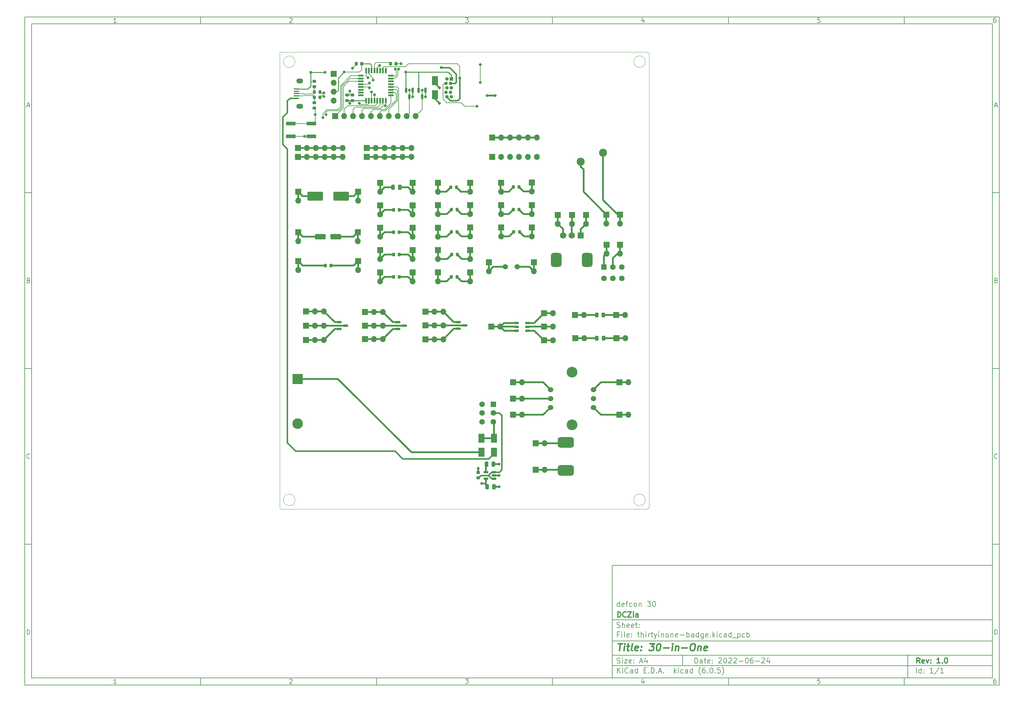
<source format=gbr>
%TF.GenerationSoftware,KiCad,Pcbnew,(6.0.5)*%
%TF.CreationDate,2022-09-10T22:43:36-06:00*%
%TF.ProjectId,thirtyinone-badge,74686972-7479-4696-9e6f-6e652d626164,1.0*%
%TF.SameCoordinates,Original*%
%TF.FileFunction,Copper,L1,Top*%
%TF.FilePolarity,Positive*%
%FSLAX46Y46*%
G04 Gerber Fmt 4.6, Leading zero omitted, Abs format (unit mm)*
G04 Created by KiCad (PCBNEW (6.0.5)) date 2022-09-10 22:43:36*
%MOMM*%
%LPD*%
G01*
G04 APERTURE LIST*
G04 Aperture macros list*
%AMRoundRect*
0 Rectangle with rounded corners*
0 $1 Rounding radius*
0 $2 $3 $4 $5 $6 $7 $8 $9 X,Y pos of 4 corners*
0 Add a 4 corners polygon primitive as box body*
4,1,4,$2,$3,$4,$5,$6,$7,$8,$9,$2,$3,0*
0 Add four circle primitives for the rounded corners*
1,1,$1+$1,$2,$3*
1,1,$1+$1,$4,$5*
1,1,$1+$1,$6,$7*
1,1,$1+$1,$8,$9*
0 Add four rect primitives between the rounded corners*
20,1,$1+$1,$2,$3,$4,$5,0*
20,1,$1+$1,$4,$5,$6,$7,0*
20,1,$1+$1,$6,$7,$8,$9,0*
20,1,$1+$1,$8,$9,$2,$3,0*%
G04 Aperture macros list end*
%ADD10C,0.100000*%
%ADD11C,0.150000*%
%ADD12C,0.300000*%
%ADD13C,0.400000*%
%TA.AperFunction,Profile*%
%ADD14C,0.100000*%
%TD*%
%TA.AperFunction,SMDPad,CuDef*%
%ADD15R,1.500000X0.400000*%
%TD*%
%TA.AperFunction,ComponentPad*%
%ADD16O,1.950000X1.400000*%
%TD*%
%TA.AperFunction,SMDPad,CuDef*%
%ADD17R,2.800000X1.000000*%
%TD*%
%TA.AperFunction,SMDPad,CuDef*%
%ADD18RoundRect,0.200000X-0.200000X-0.275000X0.200000X-0.275000X0.200000X0.275000X-0.200000X0.275000X0*%
%TD*%
%TA.AperFunction,SMDPad,CuDef*%
%ADD19RoundRect,0.150000X-0.150000X0.587500X-0.150000X-0.587500X0.150000X-0.587500X0.150000X0.587500X0*%
%TD*%
%TA.AperFunction,SMDPad,CuDef*%
%ADD20R,0.550000X1.600000*%
%TD*%
%TA.AperFunction,SMDPad,CuDef*%
%ADD21R,1.600000X0.550000*%
%TD*%
%TA.AperFunction,SMDPad,CuDef*%
%ADD22RoundRect,0.225000X-0.225000X-0.250000X0.225000X-0.250000X0.225000X0.250000X-0.225000X0.250000X0*%
%TD*%
%TA.AperFunction,SMDPad,CuDef*%
%ADD23RoundRect,0.225000X0.250000X-0.225000X0.250000X0.225000X-0.250000X0.225000X-0.250000X-0.225000X0*%
%TD*%
%TA.AperFunction,ComponentPad*%
%ADD24R,1.700000X1.700000*%
%TD*%
%TA.AperFunction,ComponentPad*%
%ADD25O,1.700000X1.700000*%
%TD*%
%TA.AperFunction,ComponentPad*%
%ADD26C,1.524000*%
%TD*%
%TA.AperFunction,SMDPad,CuDef*%
%ADD27RoundRect,0.250000X-1.950000X-1.000000X1.950000X-1.000000X1.950000X1.000000X-1.950000X1.000000X0*%
%TD*%
%TA.AperFunction,ComponentPad*%
%ADD28R,1.600000X1.600000*%
%TD*%
%TA.AperFunction,ComponentPad*%
%ADD29C,1.600000*%
%TD*%
%TA.AperFunction,SMDPad,CuDef*%
%ADD30R,1.800000X2.500000*%
%TD*%
%TA.AperFunction,ComponentPad*%
%ADD31C,3.048000*%
%TD*%
%TA.AperFunction,ComponentPad*%
%ADD32R,3.000000X3.000000*%
%TD*%
%TA.AperFunction,ComponentPad*%
%ADD33C,3.000000*%
%TD*%
%TA.AperFunction,SMDPad,CuDef*%
%ADD34RoundRect,0.250000X-1.250000X-0.550000X1.250000X-0.550000X1.250000X0.550000X-1.250000X0.550000X0*%
%TD*%
%TA.AperFunction,SMDPad,CuDef*%
%ADD35RoundRect,0.150000X-0.587500X-0.150000X0.587500X-0.150000X0.587500X0.150000X-0.587500X0.150000X0*%
%TD*%
%TA.AperFunction,SMDPad,CuDef*%
%ADD36RoundRect,0.250000X-0.250000X-0.475000X0.250000X-0.475000X0.250000X0.475000X-0.250000X0.475000X0*%
%TD*%
%TA.AperFunction,SMDPad,CuDef*%
%ADD37RoundRect,0.762000X1.524000X0.762000X-1.524000X0.762000X-1.524000X-0.762000X1.524000X-0.762000X0*%
%TD*%
%TA.AperFunction,SMDPad,CuDef*%
%ADD38R,1.300000X0.700000*%
%TD*%
%TA.AperFunction,SMDPad,CuDef*%
%ADD39RoundRect,0.243750X-0.243750X-0.456250X0.243750X-0.456250X0.243750X0.456250X-0.243750X0.456250X0*%
%TD*%
%TA.AperFunction,ComponentPad*%
%ADD40R,1.800000X1.800000*%
%TD*%
%TA.AperFunction,ComponentPad*%
%ADD41C,1.800000*%
%TD*%
%TA.AperFunction,ComponentPad*%
%ADD42RoundRect,0.750000X-0.750000X1.250000X-0.750000X-1.250000X0.750000X-1.250000X0.750000X1.250000X0*%
%TD*%
%TA.AperFunction,ComponentPad*%
%ADD43C,2.286000*%
%TD*%
%TA.AperFunction,SMDPad,CuDef*%
%ADD44RoundRect,0.225000X0.225000X0.250000X-0.225000X0.250000X-0.225000X-0.250000X0.225000X-0.250000X0*%
%TD*%
%TA.AperFunction,SMDPad,CuDef*%
%ADD45RoundRect,0.150000X0.512500X0.150000X-0.512500X0.150000X-0.512500X-0.150000X0.512500X-0.150000X0*%
%TD*%
%TA.AperFunction,ComponentPad*%
%ADD46R,1.000000X1.000000*%
%TD*%
%TA.AperFunction,ComponentPad*%
%ADD47O,1.000000X1.000000*%
%TD*%
%TA.AperFunction,ViaPad*%
%ADD48C,0.800000*%
%TD*%
%TA.AperFunction,Conductor*%
%ADD49C,0.508000*%
%TD*%
%TA.AperFunction,Conductor*%
%ADD50C,0.203200*%
%TD*%
%TA.AperFunction,Conductor*%
%ADD51C,0.254000*%
%TD*%
%TA.AperFunction,Conductor*%
%ADD52C,0.200000*%
%TD*%
%TA.AperFunction,Conductor*%
%ADD53C,0.381000*%
%TD*%
G04 APERTURE END LIST*
D10*
D11*
X177002200Y-166007200D02*
X177002200Y-198007200D01*
X285002200Y-198007200D01*
X285002200Y-166007200D01*
X177002200Y-166007200D01*
D10*
D11*
X10000000Y-10000000D02*
X10000000Y-200007200D01*
X287002200Y-200007200D01*
X287002200Y-10000000D01*
X10000000Y-10000000D01*
D10*
D11*
X12000000Y-12000000D02*
X12000000Y-198007200D01*
X285002200Y-198007200D01*
X285002200Y-12000000D01*
X12000000Y-12000000D01*
D10*
D11*
X60000000Y-12000000D02*
X60000000Y-10000000D01*
D10*
D11*
X110000000Y-12000000D02*
X110000000Y-10000000D01*
D10*
D11*
X160000000Y-12000000D02*
X160000000Y-10000000D01*
D10*
D11*
X210000000Y-12000000D02*
X210000000Y-10000000D01*
D10*
D11*
X260000000Y-12000000D02*
X260000000Y-10000000D01*
D10*
D11*
X36065476Y-11588095D02*
X35322619Y-11588095D01*
X35694047Y-11588095D02*
X35694047Y-10288095D01*
X35570238Y-10473809D01*
X35446428Y-10597619D01*
X35322619Y-10659523D01*
D10*
D11*
X85322619Y-10411904D02*
X85384523Y-10350000D01*
X85508333Y-10288095D01*
X85817857Y-10288095D01*
X85941666Y-10350000D01*
X86003571Y-10411904D01*
X86065476Y-10535714D01*
X86065476Y-10659523D01*
X86003571Y-10845238D01*
X85260714Y-11588095D01*
X86065476Y-11588095D01*
D10*
D11*
X135260714Y-10288095D02*
X136065476Y-10288095D01*
X135632142Y-10783333D01*
X135817857Y-10783333D01*
X135941666Y-10845238D01*
X136003571Y-10907142D01*
X136065476Y-11030952D01*
X136065476Y-11340476D01*
X136003571Y-11464285D01*
X135941666Y-11526190D01*
X135817857Y-11588095D01*
X135446428Y-11588095D01*
X135322619Y-11526190D01*
X135260714Y-11464285D01*
D10*
D11*
X185941666Y-10721428D02*
X185941666Y-11588095D01*
X185632142Y-10226190D02*
X185322619Y-11154761D01*
X186127380Y-11154761D01*
D10*
D11*
X236003571Y-10288095D02*
X235384523Y-10288095D01*
X235322619Y-10907142D01*
X235384523Y-10845238D01*
X235508333Y-10783333D01*
X235817857Y-10783333D01*
X235941666Y-10845238D01*
X236003571Y-10907142D01*
X236065476Y-11030952D01*
X236065476Y-11340476D01*
X236003571Y-11464285D01*
X235941666Y-11526190D01*
X235817857Y-11588095D01*
X235508333Y-11588095D01*
X235384523Y-11526190D01*
X235322619Y-11464285D01*
D10*
D11*
X285941666Y-10288095D02*
X285694047Y-10288095D01*
X285570238Y-10350000D01*
X285508333Y-10411904D01*
X285384523Y-10597619D01*
X285322619Y-10845238D01*
X285322619Y-11340476D01*
X285384523Y-11464285D01*
X285446428Y-11526190D01*
X285570238Y-11588095D01*
X285817857Y-11588095D01*
X285941666Y-11526190D01*
X286003571Y-11464285D01*
X286065476Y-11340476D01*
X286065476Y-11030952D01*
X286003571Y-10907142D01*
X285941666Y-10845238D01*
X285817857Y-10783333D01*
X285570238Y-10783333D01*
X285446428Y-10845238D01*
X285384523Y-10907142D01*
X285322619Y-11030952D01*
D10*
D11*
X60000000Y-198007200D02*
X60000000Y-200007200D01*
D10*
D11*
X110000000Y-198007200D02*
X110000000Y-200007200D01*
D10*
D11*
X160000000Y-198007200D02*
X160000000Y-200007200D01*
D10*
D11*
X210000000Y-198007200D02*
X210000000Y-200007200D01*
D10*
D11*
X260000000Y-198007200D02*
X260000000Y-200007200D01*
D10*
D11*
X36065476Y-199595295D02*
X35322619Y-199595295D01*
X35694047Y-199595295D02*
X35694047Y-198295295D01*
X35570238Y-198481009D01*
X35446428Y-198604819D01*
X35322619Y-198666723D01*
D10*
D11*
X85322619Y-198419104D02*
X85384523Y-198357200D01*
X85508333Y-198295295D01*
X85817857Y-198295295D01*
X85941666Y-198357200D01*
X86003571Y-198419104D01*
X86065476Y-198542914D01*
X86065476Y-198666723D01*
X86003571Y-198852438D01*
X85260714Y-199595295D01*
X86065476Y-199595295D01*
D10*
D11*
X135260714Y-198295295D02*
X136065476Y-198295295D01*
X135632142Y-198790533D01*
X135817857Y-198790533D01*
X135941666Y-198852438D01*
X136003571Y-198914342D01*
X136065476Y-199038152D01*
X136065476Y-199347676D01*
X136003571Y-199471485D01*
X135941666Y-199533390D01*
X135817857Y-199595295D01*
X135446428Y-199595295D01*
X135322619Y-199533390D01*
X135260714Y-199471485D01*
D10*
D11*
X185941666Y-198728628D02*
X185941666Y-199595295D01*
X185632142Y-198233390D02*
X185322619Y-199161961D01*
X186127380Y-199161961D01*
D10*
D11*
X236003571Y-198295295D02*
X235384523Y-198295295D01*
X235322619Y-198914342D01*
X235384523Y-198852438D01*
X235508333Y-198790533D01*
X235817857Y-198790533D01*
X235941666Y-198852438D01*
X236003571Y-198914342D01*
X236065476Y-199038152D01*
X236065476Y-199347676D01*
X236003571Y-199471485D01*
X235941666Y-199533390D01*
X235817857Y-199595295D01*
X235508333Y-199595295D01*
X235384523Y-199533390D01*
X235322619Y-199471485D01*
D10*
D11*
X285941666Y-198295295D02*
X285694047Y-198295295D01*
X285570238Y-198357200D01*
X285508333Y-198419104D01*
X285384523Y-198604819D01*
X285322619Y-198852438D01*
X285322619Y-199347676D01*
X285384523Y-199471485D01*
X285446428Y-199533390D01*
X285570238Y-199595295D01*
X285817857Y-199595295D01*
X285941666Y-199533390D01*
X286003571Y-199471485D01*
X286065476Y-199347676D01*
X286065476Y-199038152D01*
X286003571Y-198914342D01*
X285941666Y-198852438D01*
X285817857Y-198790533D01*
X285570238Y-198790533D01*
X285446428Y-198852438D01*
X285384523Y-198914342D01*
X285322619Y-199038152D01*
D10*
D11*
X10000000Y-60000000D02*
X12000000Y-60000000D01*
D10*
D11*
X10000000Y-110000000D02*
X12000000Y-110000000D01*
D10*
D11*
X10000000Y-160000000D02*
X12000000Y-160000000D01*
D10*
D11*
X10690476Y-35216666D02*
X11309523Y-35216666D01*
X10566666Y-35588095D02*
X11000000Y-34288095D01*
X11433333Y-35588095D01*
D10*
D11*
X11092857Y-84907142D02*
X11278571Y-84969047D01*
X11340476Y-85030952D01*
X11402380Y-85154761D01*
X11402380Y-85340476D01*
X11340476Y-85464285D01*
X11278571Y-85526190D01*
X11154761Y-85588095D01*
X10659523Y-85588095D01*
X10659523Y-84288095D01*
X11092857Y-84288095D01*
X11216666Y-84350000D01*
X11278571Y-84411904D01*
X11340476Y-84535714D01*
X11340476Y-84659523D01*
X11278571Y-84783333D01*
X11216666Y-84845238D01*
X11092857Y-84907142D01*
X10659523Y-84907142D01*
D10*
D11*
X11402380Y-135464285D02*
X11340476Y-135526190D01*
X11154761Y-135588095D01*
X11030952Y-135588095D01*
X10845238Y-135526190D01*
X10721428Y-135402380D01*
X10659523Y-135278571D01*
X10597619Y-135030952D01*
X10597619Y-134845238D01*
X10659523Y-134597619D01*
X10721428Y-134473809D01*
X10845238Y-134350000D01*
X11030952Y-134288095D01*
X11154761Y-134288095D01*
X11340476Y-134350000D01*
X11402380Y-134411904D01*
D10*
D11*
X10659523Y-185588095D02*
X10659523Y-184288095D01*
X10969047Y-184288095D01*
X11154761Y-184350000D01*
X11278571Y-184473809D01*
X11340476Y-184597619D01*
X11402380Y-184845238D01*
X11402380Y-185030952D01*
X11340476Y-185278571D01*
X11278571Y-185402380D01*
X11154761Y-185526190D01*
X10969047Y-185588095D01*
X10659523Y-185588095D01*
D10*
D11*
X287002200Y-60000000D02*
X285002200Y-60000000D01*
D10*
D11*
X287002200Y-110000000D02*
X285002200Y-110000000D01*
D10*
D11*
X287002200Y-160000000D02*
X285002200Y-160000000D01*
D10*
D11*
X285692676Y-35216666D02*
X286311723Y-35216666D01*
X285568866Y-35588095D02*
X286002200Y-34288095D01*
X286435533Y-35588095D01*
D10*
D11*
X286095057Y-84907142D02*
X286280771Y-84969047D01*
X286342676Y-85030952D01*
X286404580Y-85154761D01*
X286404580Y-85340476D01*
X286342676Y-85464285D01*
X286280771Y-85526190D01*
X286156961Y-85588095D01*
X285661723Y-85588095D01*
X285661723Y-84288095D01*
X286095057Y-84288095D01*
X286218866Y-84350000D01*
X286280771Y-84411904D01*
X286342676Y-84535714D01*
X286342676Y-84659523D01*
X286280771Y-84783333D01*
X286218866Y-84845238D01*
X286095057Y-84907142D01*
X285661723Y-84907142D01*
D10*
D11*
X286404580Y-135464285D02*
X286342676Y-135526190D01*
X286156961Y-135588095D01*
X286033152Y-135588095D01*
X285847438Y-135526190D01*
X285723628Y-135402380D01*
X285661723Y-135278571D01*
X285599819Y-135030952D01*
X285599819Y-134845238D01*
X285661723Y-134597619D01*
X285723628Y-134473809D01*
X285847438Y-134350000D01*
X286033152Y-134288095D01*
X286156961Y-134288095D01*
X286342676Y-134350000D01*
X286404580Y-134411904D01*
D10*
D11*
X285661723Y-185588095D02*
X285661723Y-184288095D01*
X285971247Y-184288095D01*
X286156961Y-184350000D01*
X286280771Y-184473809D01*
X286342676Y-184597619D01*
X286404580Y-184845238D01*
X286404580Y-185030952D01*
X286342676Y-185278571D01*
X286280771Y-185402380D01*
X286156961Y-185526190D01*
X285971247Y-185588095D01*
X285661723Y-185588095D01*
D10*
D11*
X200434342Y-193785771D02*
X200434342Y-192285771D01*
X200791485Y-192285771D01*
X201005771Y-192357200D01*
X201148628Y-192500057D01*
X201220057Y-192642914D01*
X201291485Y-192928628D01*
X201291485Y-193142914D01*
X201220057Y-193428628D01*
X201148628Y-193571485D01*
X201005771Y-193714342D01*
X200791485Y-193785771D01*
X200434342Y-193785771D01*
X202577200Y-193785771D02*
X202577200Y-193000057D01*
X202505771Y-192857200D01*
X202362914Y-192785771D01*
X202077200Y-192785771D01*
X201934342Y-192857200D01*
X202577200Y-193714342D02*
X202434342Y-193785771D01*
X202077200Y-193785771D01*
X201934342Y-193714342D01*
X201862914Y-193571485D01*
X201862914Y-193428628D01*
X201934342Y-193285771D01*
X202077200Y-193214342D01*
X202434342Y-193214342D01*
X202577200Y-193142914D01*
X203077200Y-192785771D02*
X203648628Y-192785771D01*
X203291485Y-192285771D02*
X203291485Y-193571485D01*
X203362914Y-193714342D01*
X203505771Y-193785771D01*
X203648628Y-193785771D01*
X204720057Y-193714342D02*
X204577200Y-193785771D01*
X204291485Y-193785771D01*
X204148628Y-193714342D01*
X204077200Y-193571485D01*
X204077200Y-193000057D01*
X204148628Y-192857200D01*
X204291485Y-192785771D01*
X204577200Y-192785771D01*
X204720057Y-192857200D01*
X204791485Y-193000057D01*
X204791485Y-193142914D01*
X204077200Y-193285771D01*
X205434342Y-193642914D02*
X205505771Y-193714342D01*
X205434342Y-193785771D01*
X205362914Y-193714342D01*
X205434342Y-193642914D01*
X205434342Y-193785771D01*
X205434342Y-192857200D02*
X205505771Y-192928628D01*
X205434342Y-193000057D01*
X205362914Y-192928628D01*
X205434342Y-192857200D01*
X205434342Y-193000057D01*
X207220057Y-192428628D02*
X207291485Y-192357200D01*
X207434342Y-192285771D01*
X207791485Y-192285771D01*
X207934342Y-192357200D01*
X208005771Y-192428628D01*
X208077200Y-192571485D01*
X208077200Y-192714342D01*
X208005771Y-192928628D01*
X207148628Y-193785771D01*
X208077200Y-193785771D01*
X209005771Y-192285771D02*
X209148628Y-192285771D01*
X209291485Y-192357200D01*
X209362914Y-192428628D01*
X209434342Y-192571485D01*
X209505771Y-192857200D01*
X209505771Y-193214342D01*
X209434342Y-193500057D01*
X209362914Y-193642914D01*
X209291485Y-193714342D01*
X209148628Y-193785771D01*
X209005771Y-193785771D01*
X208862914Y-193714342D01*
X208791485Y-193642914D01*
X208720057Y-193500057D01*
X208648628Y-193214342D01*
X208648628Y-192857200D01*
X208720057Y-192571485D01*
X208791485Y-192428628D01*
X208862914Y-192357200D01*
X209005771Y-192285771D01*
X210077200Y-192428628D02*
X210148628Y-192357200D01*
X210291485Y-192285771D01*
X210648628Y-192285771D01*
X210791485Y-192357200D01*
X210862914Y-192428628D01*
X210934342Y-192571485D01*
X210934342Y-192714342D01*
X210862914Y-192928628D01*
X210005771Y-193785771D01*
X210934342Y-193785771D01*
X211505771Y-192428628D02*
X211577200Y-192357200D01*
X211720057Y-192285771D01*
X212077200Y-192285771D01*
X212220057Y-192357200D01*
X212291485Y-192428628D01*
X212362914Y-192571485D01*
X212362914Y-192714342D01*
X212291485Y-192928628D01*
X211434342Y-193785771D01*
X212362914Y-193785771D01*
X213005771Y-193214342D02*
X214148628Y-193214342D01*
X215148628Y-192285771D02*
X215291485Y-192285771D01*
X215434342Y-192357200D01*
X215505771Y-192428628D01*
X215577200Y-192571485D01*
X215648628Y-192857200D01*
X215648628Y-193214342D01*
X215577200Y-193500057D01*
X215505771Y-193642914D01*
X215434342Y-193714342D01*
X215291485Y-193785771D01*
X215148628Y-193785771D01*
X215005771Y-193714342D01*
X214934342Y-193642914D01*
X214862914Y-193500057D01*
X214791485Y-193214342D01*
X214791485Y-192857200D01*
X214862914Y-192571485D01*
X214934342Y-192428628D01*
X215005771Y-192357200D01*
X215148628Y-192285771D01*
X216934342Y-192285771D02*
X216648628Y-192285771D01*
X216505771Y-192357200D01*
X216434342Y-192428628D01*
X216291485Y-192642914D01*
X216220057Y-192928628D01*
X216220057Y-193500057D01*
X216291485Y-193642914D01*
X216362914Y-193714342D01*
X216505771Y-193785771D01*
X216791485Y-193785771D01*
X216934342Y-193714342D01*
X217005771Y-193642914D01*
X217077200Y-193500057D01*
X217077200Y-193142914D01*
X217005771Y-193000057D01*
X216934342Y-192928628D01*
X216791485Y-192857200D01*
X216505771Y-192857200D01*
X216362914Y-192928628D01*
X216291485Y-193000057D01*
X216220057Y-193142914D01*
X217720057Y-193214342D02*
X218862914Y-193214342D01*
X219505771Y-192428628D02*
X219577200Y-192357200D01*
X219720057Y-192285771D01*
X220077200Y-192285771D01*
X220220057Y-192357200D01*
X220291485Y-192428628D01*
X220362914Y-192571485D01*
X220362914Y-192714342D01*
X220291485Y-192928628D01*
X219434342Y-193785771D01*
X220362914Y-193785771D01*
X221648628Y-192785771D02*
X221648628Y-193785771D01*
X221291485Y-192214342D02*
X220934342Y-193285771D01*
X221862914Y-193285771D01*
D10*
D11*
X177002200Y-194507200D02*
X285002200Y-194507200D01*
D10*
D11*
X178434342Y-196585771D02*
X178434342Y-195085771D01*
X179291485Y-196585771D02*
X178648628Y-195728628D01*
X179291485Y-195085771D02*
X178434342Y-195942914D01*
X179934342Y-196585771D02*
X179934342Y-195585771D01*
X179934342Y-195085771D02*
X179862914Y-195157200D01*
X179934342Y-195228628D01*
X180005771Y-195157200D01*
X179934342Y-195085771D01*
X179934342Y-195228628D01*
X181505771Y-196442914D02*
X181434342Y-196514342D01*
X181220057Y-196585771D01*
X181077200Y-196585771D01*
X180862914Y-196514342D01*
X180720057Y-196371485D01*
X180648628Y-196228628D01*
X180577200Y-195942914D01*
X180577200Y-195728628D01*
X180648628Y-195442914D01*
X180720057Y-195300057D01*
X180862914Y-195157200D01*
X181077200Y-195085771D01*
X181220057Y-195085771D01*
X181434342Y-195157200D01*
X181505771Y-195228628D01*
X182791485Y-196585771D02*
X182791485Y-195800057D01*
X182720057Y-195657200D01*
X182577200Y-195585771D01*
X182291485Y-195585771D01*
X182148628Y-195657200D01*
X182791485Y-196514342D02*
X182648628Y-196585771D01*
X182291485Y-196585771D01*
X182148628Y-196514342D01*
X182077200Y-196371485D01*
X182077200Y-196228628D01*
X182148628Y-196085771D01*
X182291485Y-196014342D01*
X182648628Y-196014342D01*
X182791485Y-195942914D01*
X184148628Y-196585771D02*
X184148628Y-195085771D01*
X184148628Y-196514342D02*
X184005771Y-196585771D01*
X183720057Y-196585771D01*
X183577200Y-196514342D01*
X183505771Y-196442914D01*
X183434342Y-196300057D01*
X183434342Y-195871485D01*
X183505771Y-195728628D01*
X183577200Y-195657200D01*
X183720057Y-195585771D01*
X184005771Y-195585771D01*
X184148628Y-195657200D01*
X186005771Y-195800057D02*
X186505771Y-195800057D01*
X186720057Y-196585771D02*
X186005771Y-196585771D01*
X186005771Y-195085771D01*
X186720057Y-195085771D01*
X187362914Y-196442914D02*
X187434342Y-196514342D01*
X187362914Y-196585771D01*
X187291485Y-196514342D01*
X187362914Y-196442914D01*
X187362914Y-196585771D01*
X188077200Y-196585771D02*
X188077200Y-195085771D01*
X188434342Y-195085771D01*
X188648628Y-195157200D01*
X188791485Y-195300057D01*
X188862914Y-195442914D01*
X188934342Y-195728628D01*
X188934342Y-195942914D01*
X188862914Y-196228628D01*
X188791485Y-196371485D01*
X188648628Y-196514342D01*
X188434342Y-196585771D01*
X188077200Y-196585771D01*
X189577200Y-196442914D02*
X189648628Y-196514342D01*
X189577200Y-196585771D01*
X189505771Y-196514342D01*
X189577200Y-196442914D01*
X189577200Y-196585771D01*
X190220057Y-196157200D02*
X190934342Y-196157200D01*
X190077200Y-196585771D02*
X190577200Y-195085771D01*
X191077200Y-196585771D01*
X191577200Y-196442914D02*
X191648628Y-196514342D01*
X191577200Y-196585771D01*
X191505771Y-196514342D01*
X191577200Y-196442914D01*
X191577200Y-196585771D01*
X194577200Y-196585771D02*
X194577200Y-195085771D01*
X194720057Y-196014342D02*
X195148628Y-196585771D01*
X195148628Y-195585771D02*
X194577200Y-196157200D01*
X195791485Y-196585771D02*
X195791485Y-195585771D01*
X195791485Y-195085771D02*
X195720057Y-195157200D01*
X195791485Y-195228628D01*
X195862914Y-195157200D01*
X195791485Y-195085771D01*
X195791485Y-195228628D01*
X197148628Y-196514342D02*
X197005771Y-196585771D01*
X196720057Y-196585771D01*
X196577200Y-196514342D01*
X196505771Y-196442914D01*
X196434342Y-196300057D01*
X196434342Y-195871485D01*
X196505771Y-195728628D01*
X196577200Y-195657200D01*
X196720057Y-195585771D01*
X197005771Y-195585771D01*
X197148628Y-195657200D01*
X198434342Y-196585771D02*
X198434342Y-195800057D01*
X198362914Y-195657200D01*
X198220057Y-195585771D01*
X197934342Y-195585771D01*
X197791485Y-195657200D01*
X198434342Y-196514342D02*
X198291485Y-196585771D01*
X197934342Y-196585771D01*
X197791485Y-196514342D01*
X197720057Y-196371485D01*
X197720057Y-196228628D01*
X197791485Y-196085771D01*
X197934342Y-196014342D01*
X198291485Y-196014342D01*
X198434342Y-195942914D01*
X199791485Y-196585771D02*
X199791485Y-195085771D01*
X199791485Y-196514342D02*
X199648628Y-196585771D01*
X199362914Y-196585771D01*
X199220057Y-196514342D01*
X199148628Y-196442914D01*
X199077200Y-196300057D01*
X199077200Y-195871485D01*
X199148628Y-195728628D01*
X199220057Y-195657200D01*
X199362914Y-195585771D01*
X199648628Y-195585771D01*
X199791485Y-195657200D01*
X202077200Y-197157200D02*
X202005771Y-197085771D01*
X201862914Y-196871485D01*
X201791485Y-196728628D01*
X201720057Y-196514342D01*
X201648628Y-196157200D01*
X201648628Y-195871485D01*
X201720057Y-195514342D01*
X201791485Y-195300057D01*
X201862914Y-195157200D01*
X202005771Y-194942914D01*
X202077200Y-194871485D01*
X203291485Y-195085771D02*
X203005771Y-195085771D01*
X202862914Y-195157200D01*
X202791485Y-195228628D01*
X202648628Y-195442914D01*
X202577200Y-195728628D01*
X202577200Y-196300057D01*
X202648628Y-196442914D01*
X202720057Y-196514342D01*
X202862914Y-196585771D01*
X203148628Y-196585771D01*
X203291485Y-196514342D01*
X203362914Y-196442914D01*
X203434342Y-196300057D01*
X203434342Y-195942914D01*
X203362914Y-195800057D01*
X203291485Y-195728628D01*
X203148628Y-195657200D01*
X202862914Y-195657200D01*
X202720057Y-195728628D01*
X202648628Y-195800057D01*
X202577200Y-195942914D01*
X204077200Y-196442914D02*
X204148628Y-196514342D01*
X204077200Y-196585771D01*
X204005771Y-196514342D01*
X204077200Y-196442914D01*
X204077200Y-196585771D01*
X205077200Y-195085771D02*
X205220057Y-195085771D01*
X205362914Y-195157200D01*
X205434342Y-195228628D01*
X205505771Y-195371485D01*
X205577200Y-195657200D01*
X205577200Y-196014342D01*
X205505771Y-196300057D01*
X205434342Y-196442914D01*
X205362914Y-196514342D01*
X205220057Y-196585771D01*
X205077200Y-196585771D01*
X204934342Y-196514342D01*
X204862914Y-196442914D01*
X204791485Y-196300057D01*
X204720057Y-196014342D01*
X204720057Y-195657200D01*
X204791485Y-195371485D01*
X204862914Y-195228628D01*
X204934342Y-195157200D01*
X205077200Y-195085771D01*
X206220057Y-196442914D02*
X206291485Y-196514342D01*
X206220057Y-196585771D01*
X206148628Y-196514342D01*
X206220057Y-196442914D01*
X206220057Y-196585771D01*
X207648628Y-195085771D02*
X206934342Y-195085771D01*
X206862914Y-195800057D01*
X206934342Y-195728628D01*
X207077200Y-195657200D01*
X207434342Y-195657200D01*
X207577200Y-195728628D01*
X207648628Y-195800057D01*
X207720057Y-195942914D01*
X207720057Y-196300057D01*
X207648628Y-196442914D01*
X207577200Y-196514342D01*
X207434342Y-196585771D01*
X207077200Y-196585771D01*
X206934342Y-196514342D01*
X206862914Y-196442914D01*
X208220057Y-197157200D02*
X208291485Y-197085771D01*
X208434342Y-196871485D01*
X208505771Y-196728628D01*
X208577200Y-196514342D01*
X208648628Y-196157200D01*
X208648628Y-195871485D01*
X208577200Y-195514342D01*
X208505771Y-195300057D01*
X208434342Y-195157200D01*
X208291485Y-194942914D01*
X208220057Y-194871485D01*
D10*
D11*
X177002200Y-191507200D02*
X285002200Y-191507200D01*
D10*
D12*
X264411485Y-193785771D02*
X263911485Y-193071485D01*
X263554342Y-193785771D02*
X263554342Y-192285771D01*
X264125771Y-192285771D01*
X264268628Y-192357200D01*
X264340057Y-192428628D01*
X264411485Y-192571485D01*
X264411485Y-192785771D01*
X264340057Y-192928628D01*
X264268628Y-193000057D01*
X264125771Y-193071485D01*
X263554342Y-193071485D01*
X265625771Y-193714342D02*
X265482914Y-193785771D01*
X265197200Y-193785771D01*
X265054342Y-193714342D01*
X264982914Y-193571485D01*
X264982914Y-193000057D01*
X265054342Y-192857200D01*
X265197200Y-192785771D01*
X265482914Y-192785771D01*
X265625771Y-192857200D01*
X265697200Y-193000057D01*
X265697200Y-193142914D01*
X264982914Y-193285771D01*
X266197200Y-192785771D02*
X266554342Y-193785771D01*
X266911485Y-192785771D01*
X267482914Y-193642914D02*
X267554342Y-193714342D01*
X267482914Y-193785771D01*
X267411485Y-193714342D01*
X267482914Y-193642914D01*
X267482914Y-193785771D01*
X267482914Y-192857200D02*
X267554342Y-192928628D01*
X267482914Y-193000057D01*
X267411485Y-192928628D01*
X267482914Y-192857200D01*
X267482914Y-193000057D01*
X270125771Y-193785771D02*
X269268628Y-193785771D01*
X269697200Y-193785771D02*
X269697200Y-192285771D01*
X269554342Y-192500057D01*
X269411485Y-192642914D01*
X269268628Y-192714342D01*
X270768628Y-193642914D02*
X270840057Y-193714342D01*
X270768628Y-193785771D01*
X270697200Y-193714342D01*
X270768628Y-193642914D01*
X270768628Y-193785771D01*
X271768628Y-192285771D02*
X271911485Y-192285771D01*
X272054342Y-192357200D01*
X272125771Y-192428628D01*
X272197200Y-192571485D01*
X272268628Y-192857200D01*
X272268628Y-193214342D01*
X272197200Y-193500057D01*
X272125771Y-193642914D01*
X272054342Y-193714342D01*
X271911485Y-193785771D01*
X271768628Y-193785771D01*
X271625771Y-193714342D01*
X271554342Y-193642914D01*
X271482914Y-193500057D01*
X271411485Y-193214342D01*
X271411485Y-192857200D01*
X271482914Y-192571485D01*
X271554342Y-192428628D01*
X271625771Y-192357200D01*
X271768628Y-192285771D01*
D10*
D11*
X178362914Y-193714342D02*
X178577200Y-193785771D01*
X178934342Y-193785771D01*
X179077200Y-193714342D01*
X179148628Y-193642914D01*
X179220057Y-193500057D01*
X179220057Y-193357200D01*
X179148628Y-193214342D01*
X179077200Y-193142914D01*
X178934342Y-193071485D01*
X178648628Y-193000057D01*
X178505771Y-192928628D01*
X178434342Y-192857200D01*
X178362914Y-192714342D01*
X178362914Y-192571485D01*
X178434342Y-192428628D01*
X178505771Y-192357200D01*
X178648628Y-192285771D01*
X179005771Y-192285771D01*
X179220057Y-192357200D01*
X179862914Y-193785771D02*
X179862914Y-192785771D01*
X179862914Y-192285771D02*
X179791485Y-192357200D01*
X179862914Y-192428628D01*
X179934342Y-192357200D01*
X179862914Y-192285771D01*
X179862914Y-192428628D01*
X180434342Y-192785771D02*
X181220057Y-192785771D01*
X180434342Y-193785771D01*
X181220057Y-193785771D01*
X182362914Y-193714342D02*
X182220057Y-193785771D01*
X181934342Y-193785771D01*
X181791485Y-193714342D01*
X181720057Y-193571485D01*
X181720057Y-193000057D01*
X181791485Y-192857200D01*
X181934342Y-192785771D01*
X182220057Y-192785771D01*
X182362914Y-192857200D01*
X182434342Y-193000057D01*
X182434342Y-193142914D01*
X181720057Y-193285771D01*
X183077200Y-193642914D02*
X183148628Y-193714342D01*
X183077200Y-193785771D01*
X183005771Y-193714342D01*
X183077200Y-193642914D01*
X183077200Y-193785771D01*
X183077200Y-192857200D02*
X183148628Y-192928628D01*
X183077200Y-193000057D01*
X183005771Y-192928628D01*
X183077200Y-192857200D01*
X183077200Y-193000057D01*
X184862914Y-193357200D02*
X185577200Y-193357200D01*
X184720057Y-193785771D02*
X185220057Y-192285771D01*
X185720057Y-193785771D01*
X186862914Y-192785771D02*
X186862914Y-193785771D01*
X186505771Y-192214342D02*
X186148628Y-193285771D01*
X187077200Y-193285771D01*
D10*
D11*
X263434342Y-196585771D02*
X263434342Y-195085771D01*
X264791485Y-196585771D02*
X264791485Y-195085771D01*
X264791485Y-196514342D02*
X264648628Y-196585771D01*
X264362914Y-196585771D01*
X264220057Y-196514342D01*
X264148628Y-196442914D01*
X264077200Y-196300057D01*
X264077200Y-195871485D01*
X264148628Y-195728628D01*
X264220057Y-195657200D01*
X264362914Y-195585771D01*
X264648628Y-195585771D01*
X264791485Y-195657200D01*
X265505771Y-196442914D02*
X265577200Y-196514342D01*
X265505771Y-196585771D01*
X265434342Y-196514342D01*
X265505771Y-196442914D01*
X265505771Y-196585771D01*
X265505771Y-195657200D02*
X265577200Y-195728628D01*
X265505771Y-195800057D01*
X265434342Y-195728628D01*
X265505771Y-195657200D01*
X265505771Y-195800057D01*
X268148628Y-196585771D02*
X267291485Y-196585771D01*
X267720057Y-196585771D02*
X267720057Y-195085771D01*
X267577200Y-195300057D01*
X267434342Y-195442914D01*
X267291485Y-195514342D01*
X269862914Y-195014342D02*
X268577200Y-196942914D01*
X271148628Y-196585771D02*
X270291485Y-196585771D01*
X270720057Y-196585771D02*
X270720057Y-195085771D01*
X270577200Y-195300057D01*
X270434342Y-195442914D01*
X270291485Y-195514342D01*
D10*
D11*
X177002200Y-187507200D02*
X285002200Y-187507200D01*
D10*
D13*
X178714580Y-188211961D02*
X179857438Y-188211961D01*
X179036009Y-190211961D02*
X179286009Y-188211961D01*
X180274104Y-190211961D02*
X180440771Y-188878628D01*
X180524104Y-188211961D02*
X180416961Y-188307200D01*
X180500295Y-188402438D01*
X180607438Y-188307200D01*
X180524104Y-188211961D01*
X180500295Y-188402438D01*
X181107438Y-188878628D02*
X181869342Y-188878628D01*
X181476485Y-188211961D02*
X181262200Y-189926247D01*
X181333628Y-190116723D01*
X181512200Y-190211961D01*
X181702676Y-190211961D01*
X182655057Y-190211961D02*
X182476485Y-190116723D01*
X182405057Y-189926247D01*
X182619342Y-188211961D01*
X184190771Y-190116723D02*
X183988390Y-190211961D01*
X183607438Y-190211961D01*
X183428866Y-190116723D01*
X183357438Y-189926247D01*
X183452676Y-189164342D01*
X183571723Y-188973866D01*
X183774104Y-188878628D01*
X184155057Y-188878628D01*
X184333628Y-188973866D01*
X184405057Y-189164342D01*
X184381247Y-189354819D01*
X183405057Y-189545295D01*
X185155057Y-190021485D02*
X185238390Y-190116723D01*
X185131247Y-190211961D01*
X185047914Y-190116723D01*
X185155057Y-190021485D01*
X185131247Y-190211961D01*
X185286009Y-188973866D02*
X185369342Y-189069104D01*
X185262200Y-189164342D01*
X185178866Y-189069104D01*
X185286009Y-188973866D01*
X185262200Y-189164342D01*
X187666961Y-188211961D02*
X188905057Y-188211961D01*
X188143152Y-188973866D01*
X188428866Y-188973866D01*
X188607438Y-189069104D01*
X188690771Y-189164342D01*
X188762200Y-189354819D01*
X188702676Y-189831009D01*
X188583628Y-190021485D01*
X188476485Y-190116723D01*
X188274104Y-190211961D01*
X187702676Y-190211961D01*
X187524104Y-190116723D01*
X187440771Y-190021485D01*
X190143152Y-188211961D02*
X190333628Y-188211961D01*
X190512200Y-188307200D01*
X190595533Y-188402438D01*
X190666961Y-188592914D01*
X190714580Y-188973866D01*
X190655057Y-189450057D01*
X190512200Y-189831009D01*
X190393152Y-190021485D01*
X190286009Y-190116723D01*
X190083628Y-190211961D01*
X189893152Y-190211961D01*
X189714580Y-190116723D01*
X189631247Y-190021485D01*
X189559819Y-189831009D01*
X189512200Y-189450057D01*
X189571723Y-188973866D01*
X189714580Y-188592914D01*
X189833628Y-188402438D01*
X189940771Y-188307200D01*
X190143152Y-188211961D01*
X191512200Y-189450057D02*
X193036009Y-189450057D01*
X193893152Y-190211961D02*
X194059819Y-188878628D01*
X194143152Y-188211961D02*
X194036009Y-188307200D01*
X194119342Y-188402438D01*
X194226485Y-188307200D01*
X194143152Y-188211961D01*
X194119342Y-188402438D01*
X195012200Y-188878628D02*
X194845533Y-190211961D01*
X194988390Y-189069104D02*
X195095533Y-188973866D01*
X195297914Y-188878628D01*
X195583628Y-188878628D01*
X195762200Y-188973866D01*
X195833628Y-189164342D01*
X195702676Y-190211961D01*
X196750295Y-189450057D02*
X198274104Y-189450057D01*
X199762200Y-188211961D02*
X200143152Y-188211961D01*
X200321723Y-188307200D01*
X200488390Y-188497676D01*
X200536009Y-188878628D01*
X200452676Y-189545295D01*
X200309819Y-189926247D01*
X200095533Y-190116723D01*
X199893152Y-190211961D01*
X199512200Y-190211961D01*
X199333628Y-190116723D01*
X199166961Y-189926247D01*
X199119342Y-189545295D01*
X199202676Y-188878628D01*
X199345533Y-188497676D01*
X199559819Y-188307200D01*
X199762200Y-188211961D01*
X201393152Y-188878628D02*
X201226485Y-190211961D01*
X201369342Y-189069104D02*
X201476485Y-188973866D01*
X201678866Y-188878628D01*
X201964580Y-188878628D01*
X202143152Y-188973866D01*
X202214580Y-189164342D01*
X202083628Y-190211961D01*
X203809819Y-190116723D02*
X203607438Y-190211961D01*
X203226485Y-190211961D01*
X203047914Y-190116723D01*
X202976485Y-189926247D01*
X203071723Y-189164342D01*
X203190771Y-188973866D01*
X203393152Y-188878628D01*
X203774104Y-188878628D01*
X203952676Y-188973866D01*
X204024104Y-189164342D01*
X204000295Y-189354819D01*
X203024104Y-189545295D01*
D10*
D11*
X178934342Y-185600057D02*
X178434342Y-185600057D01*
X178434342Y-186385771D02*
X178434342Y-184885771D01*
X179148628Y-184885771D01*
X179720057Y-186385771D02*
X179720057Y-185385771D01*
X179720057Y-184885771D02*
X179648628Y-184957200D01*
X179720057Y-185028628D01*
X179791485Y-184957200D01*
X179720057Y-184885771D01*
X179720057Y-185028628D01*
X180648628Y-186385771D02*
X180505771Y-186314342D01*
X180434342Y-186171485D01*
X180434342Y-184885771D01*
X181791485Y-186314342D02*
X181648628Y-186385771D01*
X181362914Y-186385771D01*
X181220057Y-186314342D01*
X181148628Y-186171485D01*
X181148628Y-185600057D01*
X181220057Y-185457200D01*
X181362914Y-185385771D01*
X181648628Y-185385771D01*
X181791485Y-185457200D01*
X181862914Y-185600057D01*
X181862914Y-185742914D01*
X181148628Y-185885771D01*
X182505771Y-186242914D02*
X182577200Y-186314342D01*
X182505771Y-186385771D01*
X182434342Y-186314342D01*
X182505771Y-186242914D01*
X182505771Y-186385771D01*
X182505771Y-185457200D02*
X182577200Y-185528628D01*
X182505771Y-185600057D01*
X182434342Y-185528628D01*
X182505771Y-185457200D01*
X182505771Y-185600057D01*
X184148628Y-185385771D02*
X184720057Y-185385771D01*
X184362914Y-184885771D02*
X184362914Y-186171485D01*
X184434342Y-186314342D01*
X184577200Y-186385771D01*
X184720057Y-186385771D01*
X185220057Y-186385771D02*
X185220057Y-184885771D01*
X185862914Y-186385771D02*
X185862914Y-185600057D01*
X185791485Y-185457200D01*
X185648628Y-185385771D01*
X185434342Y-185385771D01*
X185291485Y-185457200D01*
X185220057Y-185528628D01*
X186577200Y-186385771D02*
X186577200Y-185385771D01*
X186577200Y-184885771D02*
X186505771Y-184957200D01*
X186577200Y-185028628D01*
X186648628Y-184957200D01*
X186577200Y-184885771D01*
X186577200Y-185028628D01*
X187291485Y-186385771D02*
X187291485Y-185385771D01*
X187291485Y-185671485D02*
X187362914Y-185528628D01*
X187434342Y-185457200D01*
X187577200Y-185385771D01*
X187720057Y-185385771D01*
X188005771Y-185385771D02*
X188577200Y-185385771D01*
X188220057Y-184885771D02*
X188220057Y-186171485D01*
X188291485Y-186314342D01*
X188434342Y-186385771D01*
X188577200Y-186385771D01*
X188934342Y-185385771D02*
X189291485Y-186385771D01*
X189648628Y-185385771D02*
X189291485Y-186385771D01*
X189148628Y-186742914D01*
X189077200Y-186814342D01*
X188934342Y-186885771D01*
X190220057Y-186385771D02*
X190220057Y-185385771D01*
X190220057Y-184885771D02*
X190148628Y-184957200D01*
X190220057Y-185028628D01*
X190291485Y-184957200D01*
X190220057Y-184885771D01*
X190220057Y-185028628D01*
X190934342Y-185385771D02*
X190934342Y-186385771D01*
X190934342Y-185528628D02*
X191005771Y-185457200D01*
X191148628Y-185385771D01*
X191362914Y-185385771D01*
X191505771Y-185457200D01*
X191577200Y-185600057D01*
X191577200Y-186385771D01*
X192505771Y-186385771D02*
X192362914Y-186314342D01*
X192291485Y-186242914D01*
X192220057Y-186100057D01*
X192220057Y-185671485D01*
X192291485Y-185528628D01*
X192362914Y-185457200D01*
X192505771Y-185385771D01*
X192720057Y-185385771D01*
X192862914Y-185457200D01*
X192934342Y-185528628D01*
X193005771Y-185671485D01*
X193005771Y-186100057D01*
X192934342Y-186242914D01*
X192862914Y-186314342D01*
X192720057Y-186385771D01*
X192505771Y-186385771D01*
X193648628Y-185385771D02*
X193648628Y-186385771D01*
X193648628Y-185528628D02*
X193720057Y-185457200D01*
X193862914Y-185385771D01*
X194077200Y-185385771D01*
X194220057Y-185457200D01*
X194291485Y-185600057D01*
X194291485Y-186385771D01*
X195577200Y-186314342D02*
X195434342Y-186385771D01*
X195148628Y-186385771D01*
X195005771Y-186314342D01*
X194934342Y-186171485D01*
X194934342Y-185600057D01*
X195005771Y-185457200D01*
X195148628Y-185385771D01*
X195434342Y-185385771D01*
X195577200Y-185457200D01*
X195648628Y-185600057D01*
X195648628Y-185742914D01*
X194934342Y-185885771D01*
X196291485Y-185814342D02*
X197434342Y-185814342D01*
X198148628Y-186385771D02*
X198148628Y-184885771D01*
X198148628Y-185457200D02*
X198291485Y-185385771D01*
X198577200Y-185385771D01*
X198720057Y-185457200D01*
X198791485Y-185528628D01*
X198862914Y-185671485D01*
X198862914Y-186100057D01*
X198791485Y-186242914D01*
X198720057Y-186314342D01*
X198577200Y-186385771D01*
X198291485Y-186385771D01*
X198148628Y-186314342D01*
X200148628Y-186385771D02*
X200148628Y-185600057D01*
X200077200Y-185457200D01*
X199934342Y-185385771D01*
X199648628Y-185385771D01*
X199505771Y-185457200D01*
X200148628Y-186314342D02*
X200005771Y-186385771D01*
X199648628Y-186385771D01*
X199505771Y-186314342D01*
X199434342Y-186171485D01*
X199434342Y-186028628D01*
X199505771Y-185885771D01*
X199648628Y-185814342D01*
X200005771Y-185814342D01*
X200148628Y-185742914D01*
X201505771Y-186385771D02*
X201505771Y-184885771D01*
X201505771Y-186314342D02*
X201362914Y-186385771D01*
X201077200Y-186385771D01*
X200934342Y-186314342D01*
X200862914Y-186242914D01*
X200791485Y-186100057D01*
X200791485Y-185671485D01*
X200862914Y-185528628D01*
X200934342Y-185457200D01*
X201077200Y-185385771D01*
X201362914Y-185385771D01*
X201505771Y-185457200D01*
X202862914Y-185385771D02*
X202862914Y-186600057D01*
X202791485Y-186742914D01*
X202720057Y-186814342D01*
X202577200Y-186885771D01*
X202362914Y-186885771D01*
X202220057Y-186814342D01*
X202862914Y-186314342D02*
X202720057Y-186385771D01*
X202434342Y-186385771D01*
X202291485Y-186314342D01*
X202220057Y-186242914D01*
X202148628Y-186100057D01*
X202148628Y-185671485D01*
X202220057Y-185528628D01*
X202291485Y-185457200D01*
X202434342Y-185385771D01*
X202720057Y-185385771D01*
X202862914Y-185457200D01*
X204148628Y-186314342D02*
X204005771Y-186385771D01*
X203720057Y-186385771D01*
X203577200Y-186314342D01*
X203505771Y-186171485D01*
X203505771Y-185600057D01*
X203577200Y-185457200D01*
X203720057Y-185385771D01*
X204005771Y-185385771D01*
X204148628Y-185457200D01*
X204220057Y-185600057D01*
X204220057Y-185742914D01*
X203505771Y-185885771D01*
X204862914Y-186242914D02*
X204934342Y-186314342D01*
X204862914Y-186385771D01*
X204791485Y-186314342D01*
X204862914Y-186242914D01*
X204862914Y-186385771D01*
X205577200Y-186385771D02*
X205577200Y-184885771D01*
X205720057Y-185814342D02*
X206148628Y-186385771D01*
X206148628Y-185385771D02*
X205577200Y-185957200D01*
X206791485Y-186385771D02*
X206791485Y-185385771D01*
X206791485Y-184885771D02*
X206720057Y-184957200D01*
X206791485Y-185028628D01*
X206862914Y-184957200D01*
X206791485Y-184885771D01*
X206791485Y-185028628D01*
X208148628Y-186314342D02*
X208005771Y-186385771D01*
X207720057Y-186385771D01*
X207577200Y-186314342D01*
X207505771Y-186242914D01*
X207434342Y-186100057D01*
X207434342Y-185671485D01*
X207505771Y-185528628D01*
X207577200Y-185457200D01*
X207720057Y-185385771D01*
X208005771Y-185385771D01*
X208148628Y-185457200D01*
X209434342Y-186385771D02*
X209434342Y-185600057D01*
X209362914Y-185457200D01*
X209220057Y-185385771D01*
X208934342Y-185385771D01*
X208791485Y-185457200D01*
X209434342Y-186314342D02*
X209291485Y-186385771D01*
X208934342Y-186385771D01*
X208791485Y-186314342D01*
X208720057Y-186171485D01*
X208720057Y-186028628D01*
X208791485Y-185885771D01*
X208934342Y-185814342D01*
X209291485Y-185814342D01*
X209434342Y-185742914D01*
X210791485Y-186385771D02*
X210791485Y-184885771D01*
X210791485Y-186314342D02*
X210648628Y-186385771D01*
X210362914Y-186385771D01*
X210220057Y-186314342D01*
X210148628Y-186242914D01*
X210077200Y-186100057D01*
X210077200Y-185671485D01*
X210148628Y-185528628D01*
X210220057Y-185457200D01*
X210362914Y-185385771D01*
X210648628Y-185385771D01*
X210791485Y-185457200D01*
X211148628Y-186528628D02*
X212291485Y-186528628D01*
X212648628Y-185385771D02*
X212648628Y-186885771D01*
X212648628Y-185457200D02*
X212791485Y-185385771D01*
X213077200Y-185385771D01*
X213220057Y-185457200D01*
X213291485Y-185528628D01*
X213362914Y-185671485D01*
X213362914Y-186100057D01*
X213291485Y-186242914D01*
X213220057Y-186314342D01*
X213077200Y-186385771D01*
X212791485Y-186385771D01*
X212648628Y-186314342D01*
X214648628Y-186314342D02*
X214505771Y-186385771D01*
X214220057Y-186385771D01*
X214077200Y-186314342D01*
X214005771Y-186242914D01*
X213934342Y-186100057D01*
X213934342Y-185671485D01*
X214005771Y-185528628D01*
X214077200Y-185457200D01*
X214220057Y-185385771D01*
X214505771Y-185385771D01*
X214648628Y-185457200D01*
X215291485Y-186385771D02*
X215291485Y-184885771D01*
X215291485Y-185457200D02*
X215434342Y-185385771D01*
X215720057Y-185385771D01*
X215862914Y-185457200D01*
X215934342Y-185528628D01*
X216005771Y-185671485D01*
X216005771Y-186100057D01*
X215934342Y-186242914D01*
X215862914Y-186314342D01*
X215720057Y-186385771D01*
X215434342Y-186385771D01*
X215291485Y-186314342D01*
D10*
D11*
X177002200Y-181507200D02*
X285002200Y-181507200D01*
D10*
D11*
X178362914Y-183614342D02*
X178577200Y-183685771D01*
X178934342Y-183685771D01*
X179077200Y-183614342D01*
X179148628Y-183542914D01*
X179220057Y-183400057D01*
X179220057Y-183257200D01*
X179148628Y-183114342D01*
X179077200Y-183042914D01*
X178934342Y-182971485D01*
X178648628Y-182900057D01*
X178505771Y-182828628D01*
X178434342Y-182757200D01*
X178362914Y-182614342D01*
X178362914Y-182471485D01*
X178434342Y-182328628D01*
X178505771Y-182257200D01*
X178648628Y-182185771D01*
X179005771Y-182185771D01*
X179220057Y-182257200D01*
X179862914Y-183685771D02*
X179862914Y-182185771D01*
X180505771Y-183685771D02*
X180505771Y-182900057D01*
X180434342Y-182757200D01*
X180291485Y-182685771D01*
X180077200Y-182685771D01*
X179934342Y-182757200D01*
X179862914Y-182828628D01*
X181791485Y-183614342D02*
X181648628Y-183685771D01*
X181362914Y-183685771D01*
X181220057Y-183614342D01*
X181148628Y-183471485D01*
X181148628Y-182900057D01*
X181220057Y-182757200D01*
X181362914Y-182685771D01*
X181648628Y-182685771D01*
X181791485Y-182757200D01*
X181862914Y-182900057D01*
X181862914Y-183042914D01*
X181148628Y-183185771D01*
X183077200Y-183614342D02*
X182934342Y-183685771D01*
X182648628Y-183685771D01*
X182505771Y-183614342D01*
X182434342Y-183471485D01*
X182434342Y-182900057D01*
X182505771Y-182757200D01*
X182648628Y-182685771D01*
X182934342Y-182685771D01*
X183077200Y-182757200D01*
X183148628Y-182900057D01*
X183148628Y-183042914D01*
X182434342Y-183185771D01*
X183577200Y-182685771D02*
X184148628Y-182685771D01*
X183791485Y-182185771D02*
X183791485Y-183471485D01*
X183862914Y-183614342D01*
X184005771Y-183685771D01*
X184148628Y-183685771D01*
X184648628Y-183542914D02*
X184720057Y-183614342D01*
X184648628Y-183685771D01*
X184577200Y-183614342D01*
X184648628Y-183542914D01*
X184648628Y-183685771D01*
X184648628Y-182757200D02*
X184720057Y-182828628D01*
X184648628Y-182900057D01*
X184577200Y-182828628D01*
X184648628Y-182757200D01*
X184648628Y-182900057D01*
D10*
D12*
X178554342Y-180685771D02*
X178554342Y-179185771D01*
X178911485Y-179185771D01*
X179125771Y-179257200D01*
X179268628Y-179400057D01*
X179340057Y-179542914D01*
X179411485Y-179828628D01*
X179411485Y-180042914D01*
X179340057Y-180328628D01*
X179268628Y-180471485D01*
X179125771Y-180614342D01*
X178911485Y-180685771D01*
X178554342Y-180685771D01*
X180911485Y-180542914D02*
X180840057Y-180614342D01*
X180625771Y-180685771D01*
X180482914Y-180685771D01*
X180268628Y-180614342D01*
X180125771Y-180471485D01*
X180054342Y-180328628D01*
X179982914Y-180042914D01*
X179982914Y-179828628D01*
X180054342Y-179542914D01*
X180125771Y-179400057D01*
X180268628Y-179257200D01*
X180482914Y-179185771D01*
X180625771Y-179185771D01*
X180840057Y-179257200D01*
X180911485Y-179328628D01*
X181411485Y-179185771D02*
X182411485Y-179185771D01*
X181411485Y-180685771D01*
X182411485Y-180685771D01*
X182982914Y-180685771D02*
X182982914Y-179685771D01*
X182982914Y-179185771D02*
X182911485Y-179257200D01*
X182982914Y-179328628D01*
X183054342Y-179257200D01*
X182982914Y-179185771D01*
X182982914Y-179328628D01*
X184340057Y-180685771D02*
X184340057Y-179900057D01*
X184268628Y-179757200D01*
X184125771Y-179685771D01*
X183840057Y-179685771D01*
X183697200Y-179757200D01*
X184340057Y-180614342D02*
X184197200Y-180685771D01*
X183840057Y-180685771D01*
X183697200Y-180614342D01*
X183625771Y-180471485D01*
X183625771Y-180328628D01*
X183697200Y-180185771D01*
X183840057Y-180114342D01*
X184197200Y-180114342D01*
X184340057Y-180042914D01*
D10*
D11*
X179077200Y-177685771D02*
X179077200Y-176185771D01*
X179077200Y-177614342D02*
X178934342Y-177685771D01*
X178648628Y-177685771D01*
X178505771Y-177614342D01*
X178434342Y-177542914D01*
X178362914Y-177400057D01*
X178362914Y-176971485D01*
X178434342Y-176828628D01*
X178505771Y-176757200D01*
X178648628Y-176685771D01*
X178934342Y-176685771D01*
X179077200Y-176757200D01*
X180362914Y-177614342D02*
X180220057Y-177685771D01*
X179934342Y-177685771D01*
X179791485Y-177614342D01*
X179720057Y-177471485D01*
X179720057Y-176900057D01*
X179791485Y-176757200D01*
X179934342Y-176685771D01*
X180220057Y-176685771D01*
X180362914Y-176757200D01*
X180434342Y-176900057D01*
X180434342Y-177042914D01*
X179720057Y-177185771D01*
X180862914Y-176685771D02*
X181434342Y-176685771D01*
X181077200Y-177685771D02*
X181077200Y-176400057D01*
X181148628Y-176257200D01*
X181291485Y-176185771D01*
X181434342Y-176185771D01*
X182577200Y-177614342D02*
X182434342Y-177685771D01*
X182148628Y-177685771D01*
X182005771Y-177614342D01*
X181934342Y-177542914D01*
X181862914Y-177400057D01*
X181862914Y-176971485D01*
X181934342Y-176828628D01*
X182005771Y-176757200D01*
X182148628Y-176685771D01*
X182434342Y-176685771D01*
X182577200Y-176757200D01*
X183434342Y-177685771D02*
X183291485Y-177614342D01*
X183220057Y-177542914D01*
X183148628Y-177400057D01*
X183148628Y-176971485D01*
X183220057Y-176828628D01*
X183291485Y-176757200D01*
X183434342Y-176685771D01*
X183648628Y-176685771D01*
X183791485Y-176757200D01*
X183862914Y-176828628D01*
X183934342Y-176971485D01*
X183934342Y-177400057D01*
X183862914Y-177542914D01*
X183791485Y-177614342D01*
X183648628Y-177685771D01*
X183434342Y-177685771D01*
X184577200Y-176685771D02*
X184577200Y-177685771D01*
X184577200Y-176828628D02*
X184648628Y-176757200D01*
X184791485Y-176685771D01*
X185005771Y-176685771D01*
X185148628Y-176757200D01*
X185220057Y-176900057D01*
X185220057Y-177685771D01*
X186934342Y-176185771D02*
X187862914Y-176185771D01*
X187362914Y-176757200D01*
X187577200Y-176757200D01*
X187720057Y-176828628D01*
X187791485Y-176900057D01*
X187862914Y-177042914D01*
X187862914Y-177400057D01*
X187791485Y-177542914D01*
X187720057Y-177614342D01*
X187577200Y-177685771D01*
X187148628Y-177685771D01*
X187005771Y-177614342D01*
X186934342Y-177542914D01*
X188791485Y-176185771D02*
X188934342Y-176185771D01*
X189077200Y-176257200D01*
X189148628Y-176328628D01*
X189220057Y-176471485D01*
X189291485Y-176757200D01*
X189291485Y-177114342D01*
X189220057Y-177400057D01*
X189148628Y-177542914D01*
X189077200Y-177614342D01*
X188934342Y-177685771D01*
X188791485Y-177685771D01*
X188648628Y-177614342D01*
X188577200Y-177542914D01*
X188505771Y-177400057D01*
X188434342Y-177114342D01*
X188434342Y-176757200D01*
X188505771Y-176471485D01*
X188577200Y-176328628D01*
X188648628Y-176257200D01*
X188791485Y-176185771D01*
D10*
D11*
D10*
D11*
D10*
D11*
D10*
D11*
X197002200Y-191507200D02*
X197002200Y-194507200D01*
D10*
D11*
X261002200Y-191507200D02*
X261002200Y-198007200D01*
D14*
X187456143Y-139425773D02*
X187456143Y-149425299D01*
X83036993Y-19994943D02*
G75*
G03*
X82456992Y-20564526I-7993J-571957D01*
G01*
X86851195Y-147330000D02*
G75*
G03*
X86851195Y-147330000I-1651195J0D01*
G01*
X186873764Y-149995299D02*
X83026984Y-149993984D01*
X82456600Y-149411608D02*
G75*
G03*
X83026984Y-149993984I562600J-19492D01*
G01*
X86851187Y-22743200D02*
G75*
G03*
X86851187Y-22743200I-1651195J0D01*
G01*
X187456992Y-20575000D02*
X187456143Y-139425773D01*
X83036992Y-19995000D02*
X186886992Y-19995000D01*
X82456510Y-149411605D02*
X82456992Y-20564526D01*
X186873762Y-149995356D02*
G75*
G03*
X187456143Y-149425299I19438J562656D01*
G01*
X187456946Y-20574998D02*
G75*
G03*
X186886992Y-19995000I-560346J19398D01*
G01*
X186389987Y-22717800D02*
G75*
G03*
X186389987Y-22717800I-1651195J0D01*
G01*
X186391195Y-147330000D02*
G75*
G03*
X186391195Y-147330000I-1651195J0D01*
G01*
D15*
%TO.P,J4,1,VBUS*%
%TO.N,VBUS*%
X87275000Y-33110000D03*
%TO.P,J4,2,D-*%
%TO.N,/USB_IN_N*%
X87275000Y-32460000D03*
%TO.P,J4,3,D+*%
%TO.N,/USB_IN_P*%
X87275000Y-31810000D03*
%TO.P,J4,4,ID*%
%TO.N,unconnected-(J4-Pad4)*%
X87275000Y-31160000D03*
%TO.P,J4,5,GND*%
%TO.N,GND*%
X87275000Y-30510000D03*
D16*
%TO.P,J4,MH1*%
%TO.N,N/C*%
X88165000Y-35385000D03*
%TO.P,J4,MH2*%
X88165000Y-28235000D03*
%TD*%
D17*
%TO.P,BOOT1,1,1*%
%TO.N,GND*%
X85660000Y-40360000D03*
X91460000Y-40360000D03*
%TO.P,BOOT1,2,2*%
%TO.N,Net-(BOOT1-Pad2)*%
X85660000Y-43960000D03*
X91460000Y-43960000D03*
%TD*%
D18*
%TO.P,R1,1*%
%TO.N,/USB_IN_P*%
X92285000Y-31340000D03*
%TO.P,R1,2*%
%TO.N,USB_P*%
X93935000Y-31340000D03*
%TD*%
D19*
%TO.P,D4,1,K*%
%TO.N,GND*%
X120270000Y-30832500D03*
%TO.P,D4,2,K*%
%TO.N,+3V3*%
X118370000Y-30832500D03*
%TO.P,D4,3,A*%
%TO.N,ADC0*%
X119320000Y-32707500D03*
%TD*%
%TO.P,D3,1,K*%
%TO.N,GND*%
X123890000Y-30832500D03*
%TO.P,D3,2,K*%
%TO.N,+3V3*%
X121990000Y-30832500D03*
%TO.P,D3,3,A*%
%TO.N,ADC1*%
X122940000Y-32707500D03*
%TD*%
D20*
%TO.P,U2,32,PA31*%
%TO.N,SWDIO*%
X107012592Y-25275000D03*
%TO.P,U2,31,PA30*%
%TO.N,SWCLK*%
X107812592Y-25275000D03*
%TO.P,U2,30,VDDIN*%
%TO.N,+3V3*%
X108612592Y-25275000D03*
%TO.P,U2,29,VDDCORE*%
%TO.N,Net-(C8-Pad1)*%
X109412592Y-25275000D03*
%TO.P,U2,28,GND*%
%TO.N,GND*%
X110212592Y-25275000D03*
%TO.P,U2,27,PA28*%
%TO.N,unconnected-(U2-Pad27)*%
X111012592Y-25275000D03*
%TO.P,U2,26,~{RESET}*%
%TO.N,RESET*%
X111812592Y-25275000D03*
%TO.P,U2,25,PA27*%
%TO.N,unconnected-(U2-Pad25)*%
X112612592Y-25275000D03*
D21*
%TO.P,U2,24,PA25*%
%TO.N,USB_P*%
X114062592Y-26725000D03*
%TO.P,U2,23,PA24*%
%TO.N,USB_N*%
X114062592Y-27525000D03*
%TO.P,U2,22,PA23*%
%TO.N,unconnected-(U2-Pad22)*%
X114062592Y-28325000D03*
%TO.P,U2,21,PA22*%
%TO.N,unconnected-(U2-Pad21)*%
X114062592Y-29125000D03*
%TO.P,U2,20,PA19*%
%TO.N,GPIO3*%
X114062592Y-29925000D03*
%TO.P,U2,19,PA18*%
%TO.N,GPIO2*%
X114062592Y-30725000D03*
%TO.P,U2,18,PA17*%
%TO.N,GPIO1*%
X114062592Y-31525000D03*
%TO.P,U2,17,PA16*%
%TO.N,GPIO0*%
X114062592Y-32325000D03*
D20*
%TO.P,U2,16,PA15*%
%TO.N,Net-(BOOT1-Pad2)*%
X112612592Y-33775000D03*
%TO.P,U2,15,PA14*%
%TO.N,PWM2*%
X111812592Y-33775000D03*
%TO.P,U2,14,PA11*%
%TO.N,PWM1*%
X111012592Y-33775000D03*
%TO.P,U2,13,PA10*%
%TO.N,PWM0*%
X110212592Y-33775000D03*
%TO.P,U2,12,PA09*%
%TO.N,SCL*%
X109412592Y-33775000D03*
%TO.P,U2,11,PA08*%
%TO.N,SDA*%
X108612592Y-33775000D03*
%TO.P,U2,10,GND*%
%TO.N,GND*%
X107812592Y-33775000D03*
%TO.P,U2,9,VDDANA*%
%TO.N,+3V3*%
X107012592Y-33775000D03*
D21*
%TO.P,U2,8,PA07*%
%TO.N,unconnected-(U2-Pad8)*%
X105562592Y-32325000D03*
%TO.P,U2,7,PA06*%
%TO.N,unconnected-(U2-Pad7)*%
X105562592Y-31525000D03*
%TO.P,U2,6,PA05*%
%TO.N,unconnected-(U2-Pad6)*%
X105562592Y-30725000D03*
%TO.P,U2,5,PA04*%
%TO.N,ADC0*%
X105562592Y-29925000D03*
%TO.P,U2,4,PA03*%
%TO.N,ADC1*%
X105562592Y-29125000D03*
%TO.P,U2,3,PA02*%
%TO.N,DAC0*%
X105562592Y-28325000D03*
%TO.P,U2,2,PA01*%
%TO.N,RX*%
X105562592Y-27525000D03*
%TO.P,U2,1,PA00*%
%TO.N,TX*%
X105562592Y-26725000D03*
%TD*%
D22*
%TO.P,C117,1*%
%TO.N,Net-(C117-Pad1)*%
X114872632Y-77594785D03*
%TO.P,C117,2*%
%TO.N,Net-(C117-Pad2)*%
X116422632Y-77594785D03*
%TD*%
D23*
%TO.P,C3,1*%
%TO.N,Net-(C3-Pad1)*%
X138909700Y-141088800D03*
%TO.P,C3,2*%
%TO.N,GND*%
X138909700Y-139538800D03*
%TD*%
D24*
%TO.P,J153,1,Pin_1*%
%TO.N,Net-(J153-Pad1)*%
X161512592Y-66298200D03*
D25*
%TO.P,J153,2,Pin_2*%
X161512592Y-68838200D03*
%TD*%
D26*
%TO.P,R111,1*%
%TO.N,Net-(J142-Pad1)*%
X146597473Y-81084466D03*
%TO.P,R111,2*%
%TO.N,Net-(J150-Pad1)*%
X150001073Y-81084466D03*
%TD*%
D27*
%TO.P,C111,1*%
%TO.N,Net-(C111-Pad1)*%
X92551314Y-61002220D03*
%TO.P,C111,2*%
%TO.N,Net-(C111-Pad2)*%
X99951314Y-61002220D03*
%TD*%
D24*
%TO.P,J121,1,Pin_1*%
%TO.N,Net-(J121-Pad1)*%
X127439053Y-57192220D03*
D25*
%TO.P,J121,2,Pin_2*%
X127439053Y-59732220D03*
%TD*%
D24*
%TO.P,J140,1,Pin_1*%
%TO.N,Net-(D102-Pad2)*%
X178080000Y-94762108D03*
D25*
%TO.P,J140,2,Pin_2*%
X180620000Y-94762108D03*
%TD*%
D24*
%TO.P,J113,1,Pin_1*%
%TO.N,Net-(C111-Pad2)*%
X104731314Y-59727220D03*
D25*
%TO.P,J113,2,Pin_2*%
X104731314Y-62267220D03*
%TD*%
D24*
%TO.P,J136,1,Pin_1*%
%TO.N,Net-(J136-Pad1)*%
X154099008Y-69862107D03*
D25*
%TO.P,J136,2,Pin_2*%
X154099008Y-72402107D03*
%TD*%
D24*
%TO.P,J166,1,Pin_1*%
%TO.N,Net-(J166-Pad1)*%
X106703040Y-93898807D03*
D25*
%TO.P,J166,2,Pin_2*%
X109243040Y-93898807D03*
%TO.P,J166,3,Pin_3*%
X111783040Y-93898807D03*
%TD*%
D24*
%TO.P,J132,1,Pin_1*%
%TO.N,Net-(J132-Pad1)*%
X136565626Y-76290393D03*
D25*
%TO.P,J132,2,Pin_2*%
X136565626Y-78830393D03*
%TD*%
D24*
%TO.P,J127,1,Pin_1*%
%TO.N,Net-(J127-Pad1)*%
X145414624Y-57142893D03*
D25*
%TO.P,J127,2,Pin_2*%
X145414624Y-59682893D03*
%TD*%
D28*
%TO.P,SW1,1,A*%
%TO.N,unconnected-(SW1-Pad1)*%
X143180000Y-120140000D03*
D29*
%TO.P,SW1,2,B*%
%TO.N,Net-(C3-Pad1)*%
X143180000Y-122640000D03*
%TO.P,SW1,3,C*%
%TO.N,Net-(D2-Pad1)*%
X143180000Y-125140000D03*
%TO.P,SW1,4*%
%TO.N,N/C*%
X139980000Y-120140000D03*
%TO.P,SW1,5*%
X139980000Y-122640000D03*
%TO.P,SW1,6*%
X139980000Y-125140000D03*
%TD*%
D24*
%TO.P,J175,1,Pin_1*%
%TO.N,Net-(J175-Pad1)*%
X87650000Y-49810000D03*
D25*
%TO.P,J175,2,Pin_2*%
X90190000Y-49810000D03*
%TO.P,J175,3,Pin_3*%
X92730000Y-49810000D03*
%TO.P,J175,4,Pin_4*%
X95270000Y-49810000D03*
%TO.P,J175,5,Pin_5*%
X97810000Y-49810000D03*
%TO.P,J175,6,Pin_6*%
X100350000Y-49810000D03*
%TD*%
D24*
%TO.P,J156,1,Pin_1*%
%TO.N,Net-(J156-Pad1)*%
X179000000Y-113895000D03*
D25*
%TO.P,J156,2,Pin_2*%
X181540000Y-113895000D03*
%TD*%
D30*
%TO.P,D1,1,K*%
%TO.N,Net-(C3-Pad1)*%
X126630000Y-32130000D03*
%TO.P,D1,2,A*%
%TO.N,TC_PWR*%
X126630000Y-28130000D03*
%TD*%
D24*
%TO.P,J111,1,Pin_1*%
%TO.N,Net-(C117-Pad1)*%
X111026093Y-76319785D03*
D25*
%TO.P,J111,2,Pin_2*%
X111026093Y-78859785D03*
%TD*%
D24*
%TO.P,J138,1,Pin_1*%
%TO.N,Net-(D104-Pad5)*%
X157556992Y-98093734D03*
D25*
%TO.P,J138,2,Pin_2*%
X160096992Y-98093734D03*
%TD*%
D24*
%TO.P,J157,1,Pin_1*%
%TO.N,Net-(J157-Pad1)*%
X148764500Y-118530000D03*
D25*
%TO.P,J157,2,Pin_2*%
X151304500Y-118530000D03*
%TD*%
D24*
%TO.P,J152,1,Pin_1*%
%TO.N,Net-(J152-Pad1)*%
X179186848Y-74755000D03*
D25*
%TO.P,J152,2,Pin_2*%
X179186848Y-77295000D03*
%TD*%
D31*
%TO.P,T101,*%
%TO.N,*%
X165545500Y-111011600D03*
X165545500Y-126048400D03*
D26*
X171641500Y-118530000D03*
%TO.P,T101,1,PR1*%
%TO.N,Net-(J168-Pad1)*%
X159449500Y-115990000D03*
%TO.P,T101,2,PM*%
%TO.N,Net-(J157-Pad1)*%
X159449500Y-118530000D03*
%TO.P,T101,3,PR2*%
%TO.N,Net-(J169-Pad1)*%
X159449500Y-121070000D03*
%TO.P,T101,4,S1*%
%TO.N,Net-(J158-Pad1)*%
X171641500Y-121070000D03*
%TO.P,T101,5,S2*%
%TO.N,Net-(J156-Pad1)*%
X171641500Y-115990000D03*
%TD*%
D24*
%TO.P,J110,1,Pin_1*%
%TO.N,Net-(C116-Pad1)*%
X111026093Y-69945178D03*
D25*
%TO.P,J110,2,Pin_2*%
X111026093Y-72485178D03*
%TD*%
D32*
%TO.P,BT1,1,+*%
%TO.N,Net-(BT1-Pad1)*%
X87597500Y-112977500D03*
D33*
%TO.P,BT1,2,-*%
%TO.N,GND*%
X87597500Y-125677500D03*
%TD*%
D24*
%TO.P,J128,1,Pin_1*%
%TO.N,Net-(J128-Pad1)*%
X145414624Y-69892107D03*
D25*
%TO.P,J128,2,Pin_2*%
X145414624Y-72432107D03*
%TD*%
D24*
%TO.P,J118,1,Pin_1*%
%TO.N,Net-(C116-Pad2)*%
X120269171Y-69945178D03*
D25*
%TO.P,J118,2,Pin_2*%
X120269171Y-72485178D03*
%TD*%
D24*
%TO.P,J126,1,Pin_1*%
%TO.N,Net-(J126-Pad1)*%
X145414624Y-63517500D03*
D25*
%TO.P,J126,2,Pin_2*%
X145414624Y-66057500D03*
%TD*%
D24*
%TO.P,J5,1,Pin_1*%
%TO.N,DAC0*%
X98214792Y-38212200D03*
D25*
%TO.P,J5,2,Pin_2*%
%TO.N,PWM0*%
X100754792Y-38212200D03*
%TO.P,J5,3,Pin_3*%
%TO.N,PWM1*%
X103294792Y-38212200D03*
%TO.P,J5,4,Pin_4*%
%TO.N,PWM2*%
X105834792Y-38212200D03*
%TO.P,J5,5,Pin_5*%
%TO.N,GPIO0*%
X108374792Y-38212200D03*
%TO.P,J5,6,Pin_6*%
%TO.N,GPIO1*%
X110914792Y-38212200D03*
%TO.P,J5,7,Pin_7*%
%TO.N,GPIO2*%
X113454792Y-38212200D03*
%TO.P,J5,8,Pin_8*%
%TO.N,GPIO3*%
X115994792Y-38212200D03*
%TO.P,J5,9,Pin_9*%
%TO.N,ADC0*%
X118534792Y-38212200D03*
%TO.P,J5,10,Pin_10*%
%TO.N,ADC1*%
X121074792Y-38212200D03*
%TD*%
D24*
%TO.P,J134,1,Pin_1*%
%TO.N,Net-(J134-Pad1)*%
X154099008Y-63487500D03*
D25*
%TO.P,J134,2,Pin_2*%
X154099008Y-66027500D03*
%TD*%
D34*
%TO.P,C112,1*%
%TO.N,Net-(C112-Pad1)*%
X94028192Y-72479353D03*
%TO.P,C112,2*%
%TO.N,Net-(C112-Pad2)*%
X98428192Y-72479353D03*
%TD*%
D35*
%TO.P,Q103,1,E*%
%TO.N,Net-(J167-Pad1)*%
X133209886Y-96800000D03*
%TO.P,Q103,2,B*%
%TO.N,Net-(J164-Pad1)*%
X133209886Y-98700000D03*
%TO.P,Q103,3,C*%
%TO.N,Net-(J161-Pad1)*%
X135084886Y-97750000D03*
%TD*%
D36*
%TO.P,C1,1*%
%TO.N,+3V3*%
X141439500Y-143641200D03*
%TO.P,C1,2*%
%TO.N,GND*%
X143339500Y-143641200D03*
%TD*%
D24*
%TO.P,J167,1,Pin_1*%
%TO.N,Net-(J167-Pad1)*%
X123863188Y-93800000D03*
D25*
%TO.P,J167,2,Pin_2*%
X126403188Y-93800000D03*
%TO.P,J167,3,Pin_3*%
X128943188Y-93800000D03*
%TD*%
D24*
%TO.P,J106,1,Pin_1*%
%TO.N,Net-(C112-Pad1)*%
X87708192Y-71194353D03*
D25*
%TO.P,J106,2,Pin_2*%
X87708192Y-73734353D03*
%TD*%
D24*
%TO.P,J146,1,Pin_1*%
%TO.N,Net-(J146-Pad1)*%
X155267000Y-138787200D03*
D25*
%TO.P,J146,2,Pin_2*%
X157807000Y-138787200D03*
%TD*%
D24*
%TO.P,J150,1,Pin_1*%
%TO.N,Net-(J150-Pad1)*%
X154704273Y-79809466D03*
D25*
%TO.P,J150,2,Pin_2*%
X154704273Y-82349466D03*
%TD*%
D24*
%TO.P,J151,1,Pin_1*%
%TO.N,Net-(J151-Pad1)*%
X179165181Y-66235000D03*
D25*
%TO.P,J151,2,Pin_2*%
X179165181Y-68775000D03*
%TD*%
D24*
%TO.P,J139,1,Pin_1*%
%TO.N,Net-(D104-Pad4)*%
X157556992Y-101938734D03*
D25*
%TO.P,J139,2,Pin_2*%
X160096992Y-101938734D03*
%TD*%
D28*
%TO.P,SW103,1,A*%
%TO.N,Net-(J144-Pad1)*%
X174656992Y-81135000D03*
D29*
%TO.P,SW103,2,B*%
%TO.N,Net-(J152-Pad1)*%
X177156992Y-81135000D03*
%TO.P,SW103,3,C*%
%TO.N,unconnected-(SW103-Pad3)*%
X179656992Y-81135000D03*
%TO.P,SW103,4*%
%TO.N,N/C*%
X174656992Y-84335000D03*
%TO.P,SW103,5*%
X177156992Y-84335000D03*
%TO.P,SW103,6*%
X179656992Y-84335000D03*
%TD*%
D24*
%TO.P,J141,1,Pin_1*%
%TO.N,Net-(D103-Pad2)*%
X178131492Y-101358734D03*
D25*
%TO.P,J141,2,Pin_2*%
X180671492Y-101358734D03*
%TD*%
D24*
%TO.P,J114,1,Pin_1*%
%TO.N,Net-(C112-Pad2)*%
X104708192Y-71204353D03*
D25*
%TO.P,J114,2,Pin_2*%
X104708192Y-73744353D03*
%TD*%
D18*
%TO.P,R2,1*%
%TO.N,/USB_IN_N*%
X92285000Y-32889400D03*
%TO.P,R2,2*%
%TO.N,USB_N*%
X93935000Y-32889400D03*
%TD*%
D24*
%TO.P,J165,1,Pin_1*%
%TO.N,Net-(J165-Pad1)*%
X89967794Y-93733807D03*
D25*
%TO.P,J165,2,Pin_2*%
X92507794Y-93733807D03*
%TO.P,J165,3,Pin_3*%
X95047794Y-93733807D03*
%TD*%
D24*
%TO.P,J142,1,Pin_1*%
%TO.N,Net-(J142-Pad1)*%
X141894273Y-79809466D03*
D25*
%TO.P,J142,2,Pin_2*%
X141894273Y-82349466D03*
%TD*%
D24*
%TO.P,J3,1,Pin_1*%
%TO.N,SDA*%
X97798392Y-26207600D03*
D25*
%TO.P,J3,2,Pin_2*%
%TO.N,SCL*%
X97798392Y-28747600D03*
%TO.P,J3,3,Pin_3*%
%TO.N,+3V3*%
X97798392Y-31287600D03*
%TO.P,J3,4,Pin_4*%
%TO.N,GND*%
X97798392Y-33827600D03*
%TD*%
D24*
%TO.P,J158,1,Pin_1*%
%TO.N,Net-(J158-Pad1)*%
X179000000Y-123165000D03*
D25*
%TO.P,J158,2,Pin_2*%
X181540000Y-123165000D03*
%TD*%
D37*
%TO.P,LS101,1,1*%
%TO.N,Net-(J146-Pad1)*%
X163756000Y-139002800D03*
%TO.P,LS101,2,2*%
%TO.N,Net-(J154-Pad1)*%
X163756000Y-131001800D03*
%TD*%
D18*
%TO.P,R103,1*%
%TO.N,Net-(J121-Pad1)*%
X131085134Y-58441179D03*
%TO.P,R103,2*%
%TO.N,Net-(J129-Pad1)*%
X132735134Y-58441179D03*
%TD*%
D24*
%TO.P,J122,1,Pin_1*%
%TO.N,Net-(J122-Pad1)*%
X127439053Y-63566827D03*
D25*
%TO.P,J122,2,Pin_2*%
X127439053Y-66106827D03*
%TD*%
D24*
%TO.P,J120,1,Pin_1*%
%TO.N,Net-(C118-Pad2)*%
X120269171Y-82694392D03*
D25*
%TO.P,J120,2,Pin_2*%
X120269171Y-85234392D03*
%TD*%
D24*
%TO.P,J145,1,Pin_1*%
%TO.N,Net-(J145-Pad1)*%
X169538992Y-66298200D03*
D25*
%TO.P,J145,2,Pin_2*%
X169538992Y-68838200D03*
%TD*%
D24*
%TO.P,J159,1,Pin_1*%
%TO.N,Net-(J159-Pad1)*%
X89967794Y-97788807D03*
D25*
%TO.P,J159,2,Pin_2*%
X92507794Y-97788807D03*
%TO.P,J159,3,Pin_3*%
X95047794Y-97788807D03*
%TD*%
D24*
%TO.P,J148,1,Pin_1*%
%TO.N,Net-(D102-Pad1)*%
X166396000Y-94762108D03*
D25*
%TO.P,J148,2,Pin_2*%
X168936000Y-94762108D03*
%TD*%
D24*
%TO.P,J164,1,Pin_1*%
%TO.N,Net-(J164-Pad1)*%
X123863188Y-101720000D03*
D25*
%TO.P,J164,2,Pin_2*%
X126403188Y-101720000D03*
%TO.P,J164,3,Pin_3*%
X128943188Y-101720000D03*
%TD*%
D35*
%TO.P,Q101,1,E*%
%TO.N,Net-(J165-Pad1)*%
X99314492Y-96838807D03*
%TO.P,Q101,2,B*%
%TO.N,Net-(J162-Pad1)*%
X99314492Y-98738807D03*
%TO.P,Q101,3,C*%
%TO.N,Net-(J159-Pad1)*%
X101189492Y-97788807D03*
%TD*%
D24*
%TO.P,J147,1,Pin_1*%
%TO.N,Net-(J147-Pad1)*%
X165525792Y-66298200D03*
D25*
%TO.P,J147,2,Pin_2*%
X165525792Y-68838200D03*
%TD*%
D24*
%TO.P,J163,1,Pin_1*%
%TO.N,Net-(J163-Pad1)*%
X106703040Y-101658807D03*
D25*
%TO.P,J163,2,Pin_2*%
X109243040Y-101658807D03*
%TO.P,J163,3,Pin_3*%
X111783040Y-101658807D03*
%TD*%
D24*
%TO.P,J108,1,Pin_1*%
%TO.N,Net-(C114-Pad1)*%
X87731314Y-79457220D03*
D25*
%TO.P,J108,2,Pin_2*%
X87731314Y-81997220D03*
%TD*%
D24*
%TO.P,J116,1,Pin_1*%
%TO.N,Net-(C114-Pad2)*%
X104731314Y-79467220D03*
D25*
%TO.P,J116,2,Pin_2*%
X104731314Y-82007220D03*
%TD*%
D23*
%TO.P,C10,1*%
%TO.N,GND*%
X92360000Y-35950399D03*
%TO.P,C10,2*%
%TO.N,/USB_IN_N*%
X92360000Y-34400399D03*
%TD*%
D24*
%TO.P,J144,1,Pin_1*%
%TO.N,Net-(J144-Pad1)*%
X175361992Y-74765000D03*
D25*
%TO.P,J144,2,Pin_2*%
X175361992Y-77305000D03*
%TD*%
D18*
%TO.P,R106,1*%
%TO.N,Net-(J124-Pad1)*%
X131335134Y-77565000D03*
%TO.P,R106,2*%
%TO.N,Net-(J132-Pad1)*%
X132985134Y-77565000D03*
%TD*%
D30*
%TO.P,D5,1,K*%
%TO.N,Net-(D2-Pad1)*%
X139830000Y-129830000D03*
%TO.P,D5,2,A*%
%TO.N,Net-(BT1-Pad1)*%
X139830000Y-133830000D03*
%TD*%
D23*
%TO.P,C5,1*%
%TO.N,+3V3*%
X103184000Y-33775000D03*
%TO.P,C5,2*%
%TO.N,GND*%
X103184000Y-32225000D03*
%TD*%
D35*
%TO.P,Q102,1,E*%
%TO.N,Net-(J166-Pad1)*%
X116049738Y-96828807D03*
%TO.P,Q102,2,B*%
%TO.N,Net-(J163-Pad1)*%
X116049738Y-98728807D03*
%TO.P,Q102,3,C*%
%TO.N,Net-(J160-Pad1)*%
X117924738Y-97778807D03*
%TD*%
D38*
%TO.P,D104,1,RK*%
%TO.N,Net-(D104-Pad1)*%
X149776992Y-97018734D03*
%TO.P,D104,2,GK*%
X149776992Y-98118734D03*
%TO.P,D104,3,BK*%
X149776992Y-99218734D03*
%TO.P,D104,4,BA*%
%TO.N,Net-(D104-Pad4)*%
X152876992Y-99218734D03*
%TO.P,D104,5,GA*%
%TO.N,Net-(D104-Pad5)*%
X152876992Y-98118734D03*
%TO.P,D104,6,RA*%
%TO.N,Net-(D104-Pad6)*%
X152876992Y-97018734D03*
%TD*%
D39*
%TO.P,D102,1,K*%
%TO.N,Net-(D102-Pad1)*%
X172570500Y-94787108D03*
%TO.P,D102,2,A*%
%TO.N,Net-(D102-Pad2)*%
X174445500Y-94787108D03*
%TD*%
%TO.P,D103,1,K*%
%TO.N,Net-(D103-Pad1)*%
X172621992Y-101383734D03*
%TO.P,D103,2,A*%
%TO.N,Net-(D103-Pad2)*%
X174496992Y-101383734D03*
%TD*%
D24*
%TO.P,J149,1,Pin_1*%
%TO.N,Net-(D103-Pad1)*%
X166447492Y-101358734D03*
D25*
%TO.P,J149,2,Pin_2*%
X168987492Y-101358734D03*
%TD*%
D24*
%TO.P,J130,1,Pin_1*%
%TO.N,Net-(J130-Pad1)*%
X136565626Y-63541179D03*
D25*
%TO.P,J130,2,Pin_2*%
X136565626Y-66081179D03*
%TD*%
D22*
%TO.P,C8,1*%
%TO.N,Net-(C8-Pad1)*%
X113975000Y-23310000D03*
%TO.P,C8,2*%
%TO.N,GND*%
X115525000Y-23310000D03*
%TD*%
D18*
%TO.P,R108,1*%
%TO.N,Net-(J126-Pad1)*%
X148864316Y-64772500D03*
%TO.P,R108,2*%
%TO.N,Net-(J134-Pad1)*%
X150514316Y-64772500D03*
%TD*%
D24*
%TO.P,J160,1,Pin_1*%
%TO.N,Net-(J160-Pad1)*%
X106703040Y-97778807D03*
D25*
%TO.P,J160,2,Pin_2*%
X109243040Y-97778807D03*
%TO.P,J160,3,Pin_3*%
X111783040Y-97778807D03*
%TD*%
D24*
%TO.P,J105,1,Pin_1*%
%TO.N,Net-(C111-Pad1)*%
X87731314Y-59717220D03*
D25*
%TO.P,J105,2,Pin_2*%
X87731314Y-62257220D03*
%TD*%
D24*
%TO.P,J155,1,Pin_1*%
%TO.N,Net-(D104-Pad1)*%
X142646992Y-98083734D03*
D25*
%TO.P,J155,2,Pin_2*%
X145186992Y-98083734D03*
%TD*%
D40*
%TO.P,RV101,1,1*%
%TO.N,Net-(J145-Pad1)*%
X168006992Y-72135000D03*
D41*
%TO.P,RV101,2,2*%
%TO.N,Net-(J147-Pad1)*%
X165506992Y-72135000D03*
%TO.P,RV101,3,3*%
%TO.N,Net-(J153-Pad1)*%
X163006992Y-72135000D03*
D42*
%TO.P,RV101,MP*%
%TO.N,N/C*%
X169906992Y-79135000D03*
X161106992Y-79135000D03*
%TD*%
D24*
%TO.P,J170,1,Pin_1*%
%TO.N,+3V3*%
X142883008Y-44347242D03*
D25*
%TO.P,J170,2,Pin_2*%
X145423008Y-44347242D03*
%TO.P,J170,3,Pin_3*%
X147963008Y-44347242D03*
%TO.P,J170,4,Pin_4*%
X150503008Y-44347242D03*
%TO.P,J170,5,Pin_5*%
X153043008Y-44347242D03*
%TO.P,J170,6,Pin_6*%
X155583008Y-44347242D03*
%TD*%
D22*
%TO.P,C116,1*%
%TO.N,Net-(C116-Pad1)*%
X114872632Y-71220178D03*
%TO.P,C116,2*%
%TO.N,Net-(C116-Pad2)*%
X116422632Y-71220178D03*
%TD*%
D24*
%TO.P,J112,1,Pin_1*%
%TO.N,Net-(C118-Pad1)*%
X111026093Y-82694392D03*
D25*
%TO.P,J112,2,Pin_2*%
X111026093Y-85234392D03*
%TD*%
D24*
%TO.P,J169,1,Pin_1*%
%TO.N,Net-(J169-Pad1)*%
X148764500Y-123165000D03*
D25*
%TO.P,J169,2,Pin_2*%
X151304500Y-123165000D03*
%TD*%
D24*
%TO.P,J137,1,Pin_1*%
%TO.N,Net-(D104-Pad6)*%
X157556992Y-94248734D03*
D25*
%TO.P,J137,2,Pin_2*%
X160096992Y-94248734D03*
%TD*%
D43*
%TO.P,SW104,1,1*%
%TO.N,Net-(J151-Pad1)*%
X174386992Y-48625000D03*
%TO.P,SW104,2,2*%
%TO.N,Net-(J143-Pad1)*%
X168036992Y-51165000D03*
%TD*%
D24*
%TO.P,J154,1,Pin_1*%
%TO.N,Net-(J154-Pad1)*%
X155267000Y-131252800D03*
D25*
%TO.P,J154,2,Pin_2*%
X157807000Y-131252800D03*
%TD*%
D23*
%TO.P,C9,1*%
%TO.N,/USB_IN_P*%
X92360000Y-29828999D03*
%TO.P,C9,2*%
%TO.N,GND*%
X92360000Y-28278999D03*
%TD*%
D24*
%TO.P,J131,1,Pin_1*%
%TO.N,Net-(J131-Pad1)*%
X136565626Y-69915786D03*
D25*
%TO.P,J131,2,Pin_2*%
X136565626Y-72455786D03*
%TD*%
D30*
%TO.P,D2,1,K*%
%TO.N,Net-(D2-Pad1)*%
X143390000Y-129830000D03*
%TO.P,D2,2,A*%
%TO.N,VBUS*%
X143390000Y-133830000D03*
%TD*%
D36*
%TO.P,C2,1*%
%TO.N,Net-(C2-Pad1)*%
X141287100Y-137164200D03*
%TO.P,C2,2*%
%TO.N,GND*%
X143187100Y-137164200D03*
%TD*%
D24*
%TO.P,J135,1,Pin_1*%
%TO.N,Net-(J135-Pad1)*%
X154099008Y-57112893D03*
D25*
%TO.P,J135,2,Pin_2*%
X154099008Y-59652893D03*
%TD*%
D18*
%TO.P,R110,1*%
%TO.N,Net-(J128-Pad1)*%
X149001816Y-71147107D03*
%TO.P,R110,2*%
%TO.N,Net-(J136-Pad1)*%
X150651816Y-71147107D03*
%TD*%
D24*
%TO.P,J133,1,Pin_1*%
%TO.N,Net-(J133-Pad1)*%
X136565626Y-82665000D03*
D25*
%TO.P,J133,2,Pin_2*%
X136565626Y-85205000D03*
%TD*%
D24*
%TO.P,J124,1,Pin_1*%
%TO.N,Net-(J124-Pad1)*%
X127439053Y-76316041D03*
D25*
%TO.P,J124,2,Pin_2*%
X127439053Y-78856041D03*
%TD*%
D18*
%TO.P,R109,1*%
%TO.N,Net-(J127-Pad1)*%
X148861816Y-58397893D03*
%TO.P,R109,2*%
%TO.N,Net-(J135-Pad1)*%
X150511816Y-58397893D03*
%TD*%
%TO.P,R105,1*%
%TO.N,Net-(J123-Pad1)*%
X131225134Y-71190393D03*
%TO.P,R105,2*%
%TO.N,Net-(J131-Pad1)*%
X132875134Y-71190393D03*
%TD*%
D22*
%TO.P,C114,1*%
%TO.N,Net-(C114-Pad1)*%
X95476314Y-80742220D03*
%TO.P,C114,2*%
%TO.N,Net-(C114-Pad2)*%
X97026314Y-80742220D03*
%TD*%
D36*
%TO.P,C113,1*%
%TO.N,Net-(C113-Pad1)*%
X114697632Y-58470964D03*
%TO.P,C113,2*%
%TO.N,Net-(C113-Pad2)*%
X116597632Y-58470964D03*
%TD*%
D22*
%TO.P,C118,1*%
%TO.N,Net-(C118-Pad1)*%
X114872632Y-83969392D03*
%TO.P,C118,2*%
%TO.N,Net-(C118-Pad2)*%
X116422632Y-83969392D03*
%TD*%
D24*
%TO.P,J161,1,Pin_1*%
%TO.N,Net-(J161-Pad1)*%
X123863188Y-97760000D03*
D25*
%TO.P,J161,2,Pin_2*%
X126403188Y-97760000D03*
%TO.P,J161,3,Pin_3*%
X128943188Y-97760000D03*
%TD*%
D24*
%TO.P,J125,1,Pin_1*%
%TO.N,Net-(J125-Pad1)*%
X127439053Y-82690648D03*
D25*
%TO.P,J125,2,Pin_2*%
X127439053Y-85230648D03*
%TD*%
D18*
%TO.P,R107,1*%
%TO.N,Net-(J125-Pad1)*%
X131225134Y-83939607D03*
%TO.P,R107,2*%
%TO.N,Net-(J133-Pad1)*%
X132875134Y-83939607D03*
%TD*%
D24*
%TO.P,J173,1,Pin_1*%
%TO.N,Net-(J173-Pad1)*%
X107210411Y-49780000D03*
D25*
%TO.P,J173,2,Pin_2*%
X109750411Y-49780000D03*
%TO.P,J173,3,Pin_3*%
X112290411Y-49780000D03*
%TO.P,J173,4,Pin_4*%
X114830411Y-49780000D03*
%TO.P,J173,5,Pin_5*%
X117370411Y-49780000D03*
%TO.P,J173,6,Pin_6*%
X119910411Y-49780000D03*
%TD*%
D18*
%TO.P,R104,1*%
%TO.N,Net-(J122-Pad1)*%
X131260134Y-64815786D03*
%TO.P,R104,2*%
%TO.N,Net-(J130-Pad1)*%
X132910134Y-64815786D03*
%TD*%
D24*
%TO.P,J129,1,Pin_1*%
%TO.N,Net-(J129-Pad1)*%
X136565626Y-57166572D03*
D25*
%TO.P,J129,2,Pin_2*%
X136565626Y-59706572D03*
%TD*%
D24*
%TO.P,J109,1,Pin_1*%
%TO.N,Net-(C115-Pad1)*%
X111026093Y-63570571D03*
D25*
%TO.P,J109,2,Pin_2*%
X111026093Y-66110571D03*
%TD*%
D23*
%TO.P,C4,1*%
%TO.N,+3V3*%
X101660000Y-33775000D03*
%TO.P,C4,2*%
%TO.N,GND*%
X101660000Y-32225000D03*
%TD*%
D24*
%TO.P,J168,1,Pin_1*%
%TO.N,Net-(J168-Pad1)*%
X148764500Y-113895000D03*
D25*
%TO.P,J168,2,Pin_2*%
X151304500Y-113895000D03*
%TD*%
D24*
%TO.P,J162,1,Pin_1*%
%TO.N,Net-(J162-Pad1)*%
X89967794Y-101843807D03*
D25*
%TO.P,J162,2,Pin_2*%
X92507794Y-101843807D03*
%TO.P,J162,3,Pin_3*%
X95047794Y-101843807D03*
%TD*%
D24*
%TO.P,J119,1,Pin_1*%
%TO.N,Net-(C117-Pad2)*%
X120269171Y-76319785D03*
D25*
%TO.P,J119,2,Pin_2*%
X120269171Y-78859785D03*
%TD*%
D24*
%TO.P,J107,1,Pin_1*%
%TO.N,Net-(C113-Pad1)*%
X111026093Y-57195964D03*
D25*
%TO.P,J107,2,Pin_2*%
X111026093Y-59735964D03*
%TD*%
D22*
%TO.P,C115,1*%
%TO.N,Net-(C115-Pad1)*%
X114872632Y-64845571D03*
%TO.P,C115,2*%
%TO.N,Net-(C115-Pad2)*%
X116422632Y-64845571D03*
%TD*%
D24*
%TO.P,J172,1,Pin_1*%
%TO.N,Net-(J172-Pad1)*%
X107210411Y-47240000D03*
D25*
%TO.P,J172,2,Pin_2*%
X109750411Y-47240000D03*
%TO.P,J172,3,Pin_3*%
X112290411Y-47240000D03*
%TO.P,J172,4,Pin_4*%
X114830411Y-47240000D03*
%TO.P,J172,5,Pin_5*%
X117370411Y-47240000D03*
%TO.P,J172,6,Pin_6*%
X119910411Y-47240000D03*
%TD*%
D44*
%TO.P,C7,1*%
%TO.N,+3V3*%
X105765000Y-23310000D03*
%TO.P,C7,2*%
%TO.N,GND*%
X104215000Y-23310000D03*
%TD*%
D24*
%TO.P,J143,1,Pin_1*%
%TO.N,Net-(J143-Pad1)*%
X175311992Y-66245000D03*
D25*
%TO.P,J143,2,Pin_2*%
X175311992Y-68785000D03*
%TD*%
D24*
%TO.P,J171,1,Pin_1*%
%TO.N,GND*%
X142890000Y-49786742D03*
D25*
%TO.P,J171,2,Pin_2*%
X145430000Y-49786742D03*
%TO.P,J171,3,Pin_3*%
X147970000Y-49786742D03*
%TO.P,J171,4,Pin_4*%
X150510000Y-49786742D03*
%TO.P,J171,5,Pin_5*%
X153050000Y-49786742D03*
%TO.P,J171,6,Pin_6*%
X155590000Y-49786742D03*
%TD*%
D24*
%TO.P,J123,1,Pin_1*%
%TO.N,Net-(J123-Pad1)*%
X127439053Y-69941434D03*
D25*
%TO.P,J123,2,Pin_2*%
X127439053Y-72481434D03*
%TD*%
D24*
%TO.P,J117,1,Pin_1*%
%TO.N,Net-(C115-Pad2)*%
X120269171Y-63570571D03*
D25*
%TO.P,J117,2,Pin_2*%
X120269171Y-66110571D03*
%TD*%
D24*
%TO.P,J115,1,Pin_1*%
%TO.N,Net-(C113-Pad2)*%
X120269171Y-57195964D03*
D25*
%TO.P,J115,2,Pin_2*%
X120269171Y-59735964D03*
%TD*%
D45*
%TO.P,U1,1,IN*%
%TO.N,Net-(C3-Pad1)*%
X143400000Y-141340000D03*
%TO.P,U1,2,GND*%
%TO.N,GND*%
X143400000Y-140390000D03*
%TO.P,U1,3,EN*%
%TO.N,Net-(C3-Pad1)*%
X143400000Y-139440000D03*
%TO.P,U1,4,BP*%
%TO.N,Net-(C2-Pad1)*%
X141125000Y-139440000D03*
%TO.P,U1,5,OUT*%
%TO.N,+3V3*%
X141125000Y-141340000D03*
%TD*%
D24*
%TO.P,J174,1,Pin_1*%
%TO.N,Net-(J174-Pad1)*%
X87650000Y-47270000D03*
D25*
%TO.P,J174,2,Pin_2*%
X90190000Y-47270000D03*
%TO.P,J174,3,Pin_3*%
X92730000Y-47270000D03*
%TO.P,J174,4,Pin_4*%
X95270000Y-47270000D03*
%TO.P,J174,5,Pin_5*%
X97810000Y-47270000D03*
%TO.P,J174,6,Pin_6*%
X100350000Y-47270000D03*
%TD*%
D46*
%TO.P,J1,1,Pin_1*%
%TO.N,+3V3*%
X131246992Y-27620000D03*
D47*
%TO.P,J1,2,Pin_2*%
%TO.N,SWDIO*%
X129976992Y-27620000D03*
%TO.P,J1,3,Pin_3*%
%TO.N,GND*%
X131046992Y-28890000D03*
%TO.P,J1,4,Pin_4*%
%TO.N,SWCLK*%
X129776992Y-28890000D03*
%TO.P,J1,5,Pin_5*%
%TO.N,unconnected-(J1-Pad5)*%
X131246992Y-30160000D03*
%TO.P,J1,6,Pin_6*%
%TO.N,unconnected-(J1-Pad6)*%
X129976992Y-30160000D03*
%TO.P,J1,7,Pin_7*%
%TO.N,TC_PWR*%
X131046992Y-31430000D03*
%TO.P,J1,8,Pin_8*%
%TO.N,unconnected-(J1-Pad8)*%
X129776992Y-31430000D03*
%TO.P,J1,9,Pin_9*%
%TO.N,unconnected-(J1-Pad9)*%
X131246992Y-32700000D03*
%TO.P,J1,10,Pin_10*%
%TO.N,RESET*%
X129976992Y-32700000D03*
%TD*%
D48*
%TO.N,Net-(BOOT1-Pad2)*%
X89530000Y-43960000D03*
%TO.N,GND*%
X95360000Y-25740000D03*
X92535000Y-37775000D03*
X110860000Y-23840000D03*
%TO.N,USB_N*%
X95070000Y-32639700D03*
%TO.N,USB_P*%
X95070000Y-31589700D03*
%TO.N,GND*%
X91290000Y-25740000D03*
%TO.N,SWDIO*%
X107570000Y-27290000D03*
%TO.N,SWCLK*%
X109020000Y-28000000D03*
%TO.N,GND*%
X123890000Y-32690000D03*
X120260000Y-32690000D03*
%TO.N,+3V3*%
X118340000Y-25720000D03*
%TO.N,USB_N*%
X116310000Y-24850000D03*
%TO.N,USB_P*%
X115354297Y-24865703D03*
%TO.N,Net-(BOOT1-Pad2)*%
X112490000Y-35250000D03*
%TO.N,+3V3*%
X102420000Y-34600000D03*
%TO.N,GND*%
X105080000Y-34540000D03*
%TO.N,SCL*%
X109400000Y-32140000D03*
%TO.N,SDA*%
X108550000Y-31380000D03*
%TO.N,ADC0*%
X119320000Y-30860000D03*
X107940000Y-30210000D03*
%TO.N,ADC1*%
X122940000Y-30850000D03*
X107950000Y-28840000D03*
%TO.N,GND*%
X102400000Y-31100000D03*
%TO.N,SWDIO*%
X139479792Y-23556000D03*
X139479792Y-28686800D03*
%TO.N,+3V3*%
X100795592Y-25715000D03*
X139930000Y-142700000D03*
%TO.N,GND*%
X103120000Y-24600000D03*
X144777100Y-140390000D03*
X143710000Y-32410000D03*
X141410000Y-32410000D03*
X138909700Y-138332600D03*
X116920000Y-23310000D03*
X144777100Y-143641200D03*
X128370000Y-24380000D03*
X144777100Y-137164200D03*
%TO.N,TC_PWR*%
X127890000Y-30130000D03*
%TO.N,TX*%
X94750000Y-38610000D03*
%TO.N,RX*%
X95640000Y-37820000D03*
%TO.N,RESET*%
X133663192Y-27416800D03*
%TO.N,SWCLK*%
X138565392Y-35417800D03*
%TO.N,Net-(C3-Pad1)*%
X127870000Y-34530000D03*
%TD*%
D49*
%TO.N,GND*%
X141410000Y-32410000D02*
X143710000Y-32410000D01*
D50*
%TO.N,Net-(BOOT1-Pad2)*%
X85660000Y-43960000D02*
X89530000Y-43960000D01*
X89530000Y-43960000D02*
X91460000Y-43960000D01*
%TO.N,GND*%
X85660000Y-40360000D02*
X91460000Y-40360000D01*
D51*
X91290000Y-29700000D02*
X91290000Y-28660000D01*
X90479000Y-30511000D02*
X91290000Y-29700000D01*
X87275000Y-30510000D02*
X90479000Y-30511000D01*
D52*
%TO.N,/USB_IN_P*%
X89307593Y-31911000D02*
X92009000Y-31911000D01*
X89207593Y-31811000D02*
X89307593Y-31911000D01*
X87275000Y-31810000D02*
X89207593Y-31811000D01*
%TO.N,/USB_IN_N*%
X89307593Y-32361000D02*
X92031000Y-32361000D01*
X89207593Y-32461000D02*
X89307593Y-32361000D01*
X87275000Y-32460000D02*
X89207593Y-32461000D01*
D53*
%TO.N,VBUS*%
X85369000Y-33111000D02*
X87275000Y-33110000D01*
X84630000Y-33850000D02*
X85369000Y-33111000D01*
X84630000Y-37180000D02*
X84630000Y-33850000D01*
X83350000Y-38460000D02*
X84630000Y-37180000D01*
X83350000Y-46240000D02*
X83350000Y-38460000D01*
X84630000Y-131130000D02*
X84630000Y-47520000D01*
X115260000Y-133500000D02*
X87000000Y-133500000D01*
X87000000Y-133500000D02*
X84630000Y-131130000D01*
X117420000Y-135660000D02*
X115260000Y-133500000D01*
X84630000Y-47520000D02*
X83350000Y-46240000D01*
X143390000Y-134130000D02*
X141860000Y-135660000D01*
X141860000Y-135660000D02*
X117420000Y-135660000D01*
X143390000Y-133830000D02*
X143390000Y-134130000D01*
D51*
%TO.N,GND*%
X91290000Y-25740000D02*
X95360000Y-25740000D01*
D50*
%TO.N,/USB_IN_N*%
X92285000Y-34325399D02*
X92360000Y-34400399D01*
X92285000Y-32889400D02*
X92285000Y-34325399D01*
%TO.N,/USB_IN_P*%
X92285000Y-29903999D02*
X92360000Y-29828999D01*
X92285000Y-31340000D02*
X92285000Y-29903999D01*
%TO.N,GND*%
X92535000Y-36125399D02*
X92360000Y-35950399D01*
X92535000Y-39910000D02*
X92535000Y-36125399D01*
X91671001Y-28278999D02*
X91290000Y-28660000D01*
X92360000Y-28278999D02*
X91671001Y-28278999D01*
D51*
X91290000Y-28660000D02*
X91290000Y-25740000D01*
D50*
%TO.N,Net-(C8-Pad1)*%
X109412592Y-23477408D02*
X109412592Y-25275000D01*
X109880000Y-23010000D02*
X109412592Y-23477408D01*
X113675000Y-23010000D02*
X109880000Y-23010000D01*
X113975000Y-23310000D02*
X113675000Y-23010000D01*
%TO.N,GND*%
X110212592Y-24487408D02*
X110860000Y-23840000D01*
X110212592Y-25275000D02*
X110212592Y-24487408D01*
D52*
%TO.N,USB_N*%
X114762592Y-27350000D02*
X114587592Y-27525000D01*
X115518200Y-27350000D02*
X114762592Y-27350000D01*
X116049298Y-26818902D02*
X115518200Y-27350000D01*
%TO.N,USB_P*%
X114587592Y-26725000D02*
X114062592Y-26725000D01*
X115331800Y-26900000D02*
X114762592Y-26900000D01*
%TO.N,USB_N*%
X114587592Y-27525000D02*
X114062592Y-27525000D01*
%TO.N,USB_P*%
X115599296Y-26632504D02*
X115331800Y-26900000D01*
X114762592Y-26900000D02*
X114587592Y-26725000D01*
%TO.N,USB_N*%
X116049298Y-25110702D02*
X116049298Y-26818902D01*
X116310000Y-24850000D02*
X116049298Y-25110702D01*
%TO.N,USB_P*%
X115599296Y-25110702D02*
X115599296Y-26632504D01*
X115354297Y-24865703D02*
X115599296Y-25110702D01*
%TO.N,USB_N*%
X94484699Y-32339701D02*
X94770001Y-32339701D01*
X94770001Y-32339701D02*
X95070000Y-32639700D01*
%TO.N,USB_P*%
X94770001Y-31889699D02*
X95070000Y-31589700D01*
X94484699Y-31889699D02*
X94770001Y-31889699D01*
X93935000Y-31340000D02*
X94484699Y-31889699D01*
%TO.N,USB_N*%
X93935000Y-32889400D02*
X94484699Y-32339701D01*
D50*
%TO.N,/USB_IN_N*%
X92285000Y-32615000D02*
X92031000Y-32361000D01*
X92285000Y-32889400D02*
X92285000Y-32615000D01*
%TO.N,/USB_IN_P*%
X92285000Y-31635000D02*
X92009000Y-31911000D01*
X92285000Y-31340000D02*
X92285000Y-31635000D01*
%TO.N,SWDIO*%
X107550000Y-27290000D02*
X107012592Y-26752592D01*
X107570000Y-27290000D02*
X107550000Y-27290000D01*
%TO.N,+3V3*%
X105765000Y-25085000D02*
X105765000Y-23310000D01*
X105135000Y-25715000D02*
X105765000Y-25085000D01*
X100795592Y-25715000D02*
X105135000Y-25715000D01*
%TO.N,SWCLK*%
X107812592Y-26192592D02*
X109020000Y-27400000D01*
X109020000Y-27400000D02*
X109020000Y-28000000D01*
X107812592Y-25275000D02*
X107812592Y-26192592D01*
%TO.N,SWDIO*%
X107012592Y-25275000D02*
X107012592Y-26752592D01*
D51*
%TO.N,GND*%
X123890000Y-30832500D02*
X123890000Y-32690000D01*
X120270000Y-32680000D02*
X120260000Y-32690000D01*
X120270000Y-30832500D02*
X120270000Y-32680000D01*
%TO.N,+3V3*%
X121990000Y-25740000D02*
X122010000Y-25720000D01*
X122010000Y-25720000D02*
X130366192Y-25720000D01*
X118340000Y-25720000D02*
X122010000Y-25720000D01*
X121990000Y-30832500D02*
X121990000Y-25740000D01*
X118340000Y-30802500D02*
X118370000Y-30832500D01*
X118340000Y-25720000D02*
X118340000Y-30802500D01*
X131246992Y-26600800D02*
X131246992Y-27620000D01*
X130366192Y-25720000D02*
X131246992Y-26600800D01*
D50*
%TO.N,Net-(BOOT1-Pad2)*%
X112612592Y-35127408D02*
X112490000Y-35250000D01*
X112612592Y-33775000D02*
X112612592Y-35127408D01*
%TO.N,+3V3*%
X102420000Y-33800000D02*
X102395000Y-33775000D01*
D51*
X103184000Y-33775000D02*
X102395000Y-33775000D01*
X102395000Y-33775000D02*
X101660000Y-33775000D01*
D50*
X102420000Y-34600000D02*
X102420000Y-33800000D01*
%TO.N,GND*%
X105470000Y-34930000D02*
X105080000Y-34540000D01*
X107812592Y-34637408D02*
X107520000Y-34930000D01*
X107520000Y-34930000D02*
X105470000Y-34930000D01*
X107812592Y-33775000D02*
X107812592Y-34637408D01*
%TO.N,SCL*%
X109400000Y-32140000D02*
X109412592Y-32152592D01*
X109412592Y-32152592D02*
X109412592Y-33775000D01*
%TO.N,SDA*%
X108550000Y-33712408D02*
X108612592Y-33775000D01*
X108550000Y-31380000D02*
X108550000Y-33712408D01*
%TO.N,ADC0*%
X119320000Y-30860000D02*
X119320000Y-32707500D01*
X107655000Y-29925000D02*
X107940000Y-30210000D01*
X105562592Y-29925000D02*
X107655000Y-29925000D01*
%TO.N,ADC1*%
X122940000Y-30850000D02*
X122940000Y-32707500D01*
X107665000Y-29125000D02*
X107950000Y-28840000D01*
X105562592Y-29125000D02*
X107665000Y-29125000D01*
%TO.N,RESET*%
X133663192Y-24063192D02*
X133663192Y-27416800D01*
X132940000Y-23340000D02*
X133663192Y-24063192D01*
X119080000Y-23340000D02*
X132940000Y-23340000D01*
X111960000Y-24190000D02*
X118230000Y-24190000D01*
X118230000Y-24190000D02*
X119080000Y-23340000D01*
X111812592Y-25275000D02*
X111812592Y-24337408D01*
X111812592Y-24337408D02*
X111960000Y-24190000D01*
D51*
%TO.N,+3V3*%
X107012592Y-33775000D02*
X103184000Y-33775000D01*
X108612592Y-23692592D02*
X108612592Y-25275000D01*
X108230000Y-23310000D02*
X108612592Y-23692592D01*
X105765000Y-23310000D02*
X108230000Y-23310000D01*
D50*
%TO.N,GND*%
X102405000Y-31105000D02*
X102400000Y-31100000D01*
X102405000Y-32225000D02*
X102405000Y-31105000D01*
X101660000Y-32225000D02*
X102405000Y-32225000D01*
X102405000Y-32225000D02*
X103184000Y-32225000D01*
%TO.N,ADC1*%
X122940000Y-36346992D02*
X121074792Y-38212200D01*
X122940000Y-32707500D02*
X122940000Y-36346992D01*
%TO.N,ADC0*%
X119320000Y-37426992D02*
X118534792Y-38212200D01*
X119320000Y-32707500D02*
X119320000Y-37426992D01*
%TO.N,TX*%
X102655000Y-26725000D02*
X99750000Y-29630000D01*
X105562592Y-26725000D02*
X102655000Y-26725000D01*
X99750000Y-29630000D02*
X99750000Y-35660000D01*
%TO.N,RX*%
X105562592Y-27525000D02*
X102365000Y-27525000D01*
X102365000Y-27525000D02*
X100130000Y-29760000D01*
X100130000Y-29760000D02*
X100130000Y-31700000D01*
%TO.N,DAC0*%
X105562592Y-28325000D02*
X102075000Y-28325000D01*
X102075000Y-28325000D02*
X100490000Y-29910000D01*
X100490000Y-29910000D02*
X100490000Y-35936992D01*
%TO.N,GPIO3*%
X116310000Y-37896992D02*
X115994792Y-38212200D01*
X116310000Y-30360000D02*
X116310000Y-37896992D01*
X114062592Y-29925000D02*
X115875000Y-29925000D01*
X115875000Y-29925000D02*
X116310000Y-30360000D01*
%TO.N,GPIO2*%
X114077592Y-30710000D02*
X114062592Y-30725000D01*
X115690000Y-30710000D02*
X114077592Y-30710000D01*
X115940000Y-30960000D02*
X115690000Y-30710000D01*
X115940000Y-33780000D02*
X115940000Y-30960000D01*
X113454792Y-36265208D02*
X115940000Y-33780000D01*
X113454792Y-38212200D02*
X113454792Y-36265208D01*
%TO.N,GPIO1*%
X115255000Y-31525000D02*
X114062592Y-31525000D01*
X115560000Y-31830000D02*
X115255000Y-31525000D01*
X115560000Y-33640000D02*
X115560000Y-31830000D01*
X112470000Y-36730000D02*
X115560000Y-33640000D01*
X111390000Y-36730000D02*
X112470000Y-36730000D01*
X110914792Y-37205208D02*
X111390000Y-36730000D01*
X110914792Y-38212200D02*
X110914792Y-37205208D01*
%TO.N,GPIO0*%
X114120000Y-34570000D02*
X114120000Y-32382408D01*
X112320000Y-36370000D02*
X114120000Y-34570000D01*
X114120000Y-32382408D02*
X114062592Y-32325000D01*
X109010000Y-36370000D02*
X112320000Y-36370000D01*
X108374792Y-37005208D02*
X109010000Y-36370000D01*
X108374792Y-38212200D02*
X108374792Y-37005208D01*
%TO.N,PWM2*%
X111130000Y-36010000D02*
X106330000Y-36010000D01*
X111812592Y-35327408D02*
X111130000Y-36010000D01*
X111812592Y-33775000D02*
X111812592Y-35327408D01*
X106330000Y-36010000D02*
X105834792Y-36505208D01*
X105834792Y-36505208D02*
X105834792Y-38212200D01*
%TO.N,PWM1*%
X103294792Y-36295208D02*
X103294792Y-38212200D01*
X110390000Y-35650000D02*
X103940000Y-35650000D01*
X111012592Y-35027408D02*
X110390000Y-35650000D01*
X111012592Y-33775000D02*
X111012592Y-35027408D01*
X103940000Y-35650000D02*
X103294792Y-36295208D01*
%TO.N,PWM0*%
X100754792Y-36305208D02*
X100754792Y-38212200D01*
X109620000Y-35290000D02*
X101770000Y-35290000D01*
X110212592Y-34697408D02*
X109620000Y-35290000D01*
X110212592Y-33775000D02*
X110212592Y-34697408D01*
X101770000Y-35290000D02*
X100754792Y-36305208D01*
%TO.N,SWDIO*%
X139479792Y-23556000D02*
X139479792Y-28686800D01*
D51*
%TO.N,+3V3*%
X98702792Y-31287600D02*
X99144592Y-30845800D01*
X99169992Y-27391400D02*
X99169992Y-27340600D01*
D49*
X141125000Y-141340000D02*
X141125000Y-142705000D01*
D51*
X99144592Y-30845800D02*
X99169992Y-30820400D01*
D49*
X153043008Y-44347242D02*
X155583008Y-44347242D01*
D53*
X141120000Y-142700000D02*
X141125000Y-142705000D01*
D51*
X99169992Y-30820400D02*
X99169992Y-27391400D01*
D53*
X141210900Y-143412600D02*
X141439500Y-143641200D01*
D51*
X99169992Y-27340600D02*
X100795592Y-25715000D01*
D49*
X142883008Y-44347242D02*
X145423008Y-44347242D01*
X141439500Y-143641200D02*
X141154700Y-143356400D01*
X145423008Y-44347242D02*
X147963008Y-44347242D01*
D53*
X139930000Y-142700000D02*
X141120000Y-142700000D01*
D49*
X141125000Y-143326700D02*
X141439500Y-143641200D01*
D51*
X97798392Y-31287600D02*
X98702792Y-31287600D01*
D49*
X150503008Y-44347242D02*
X153043008Y-44347242D01*
X141125000Y-142705000D02*
X141125000Y-143326700D01*
X147963008Y-44347242D02*
X150503008Y-44347242D01*
D50*
%TO.N,GND*%
X92545000Y-39490000D02*
X92545000Y-39375000D01*
D49*
X143187100Y-137164200D02*
X144777100Y-137164200D01*
D50*
X104215000Y-23310000D02*
X104215000Y-23505000D01*
X92535000Y-39910000D02*
X92535000Y-39385000D01*
D49*
X143339500Y-143641200D02*
X144777100Y-143641200D01*
D53*
X130760000Y-24380000D02*
X128370000Y-24380000D01*
D50*
X115525000Y-23310000D02*
X116920000Y-23310000D01*
D49*
X143400000Y-140390000D02*
X144777100Y-140390000D01*
D50*
X92535000Y-39385000D02*
X92545000Y-39375000D01*
D53*
X132620000Y-28530000D02*
X132620000Y-26240000D01*
D49*
X138909700Y-139538800D02*
X138909700Y-138332600D01*
D53*
X131046992Y-28890000D02*
X132260000Y-28890000D01*
X132260000Y-28890000D02*
X132620000Y-28530000D01*
D50*
X104215000Y-23505000D02*
X103120000Y-24600000D01*
D53*
X132620000Y-26240000D02*
X130760000Y-24380000D01*
%TO.N,TC_PWR*%
X126630000Y-28870000D02*
X126630000Y-28130000D01*
X127890000Y-30130000D02*
X126630000Y-28870000D01*
D50*
%TO.N,TX*%
X99040000Y-36370000D02*
X98250000Y-36370000D01*
X98250000Y-36370000D02*
X95880000Y-36370000D01*
X95880000Y-36370000D02*
X95420000Y-36830000D01*
X99750000Y-35660000D02*
X99290000Y-36120000D01*
X99290000Y-36120000D02*
X99040000Y-36370000D01*
X94750000Y-37500000D02*
X94750000Y-38610000D01*
X95420000Y-36830000D02*
X94750000Y-37500000D01*
%TO.N,RX*%
X99510000Y-36410000D02*
X99190000Y-36730000D01*
X100130000Y-35790000D02*
X99510000Y-36410000D01*
X96410000Y-36730000D02*
X96030000Y-36730000D01*
X100130000Y-31700000D02*
X100130000Y-35790000D01*
X96030000Y-36730000D02*
X95640000Y-37120000D01*
X95640000Y-37120000D02*
X95640000Y-37820000D01*
X99190000Y-36730000D02*
X96410000Y-36730000D01*
%TO.N,DAC0*%
X100490000Y-35936992D02*
X98214792Y-38212200D01*
D53*
%TO.N,RESET*%
X130919992Y-33741400D02*
X130996192Y-33817600D01*
X133663192Y-33233400D02*
X133663192Y-27416800D01*
X132850392Y-33817600D02*
X133078992Y-33817600D01*
X129976992Y-32798400D02*
X130919992Y-33741400D01*
X133078992Y-33817600D02*
X133586992Y-33309600D01*
X129976992Y-32700000D02*
X129976992Y-32798400D01*
X130996192Y-33817600D02*
X132850392Y-33817600D01*
X133586992Y-33309600D02*
X133663192Y-33233400D01*
D50*
%TO.N,SWCLK*%
X128913392Y-29321800D02*
X128913392Y-33360400D01*
X138539992Y-35443200D02*
X138565392Y-35417800D01*
X134094992Y-34427200D02*
X135110992Y-35443200D01*
X129345192Y-28890000D02*
X128913392Y-29321800D01*
X128913392Y-33360400D02*
X129980192Y-34427200D01*
X129776992Y-28890000D02*
X129345192Y-28890000D01*
X135110992Y-35443200D02*
X138539992Y-35443200D01*
X129980192Y-34427200D02*
X134094992Y-34427200D01*
D49*
%TO.N,Net-(BT1-Pad1)*%
X99037500Y-112977500D02*
X87597500Y-112977500D01*
X139830000Y-133830000D02*
X119890000Y-133830000D01*
X119890000Y-133830000D02*
X99037500Y-112977500D01*
%TO.N,Net-(C2-Pad1)*%
X141125000Y-137326300D02*
X141287100Y-137164200D01*
X141125000Y-139440000D02*
X141125000Y-137326300D01*
%TO.N,Net-(C111-Pad1)*%
X89016314Y-61002220D02*
X87731314Y-59717220D01*
X92551314Y-61002220D02*
X89016314Y-61002220D01*
X87731314Y-59717220D02*
X87731314Y-62257220D01*
%TO.N,Net-(C112-Pad1)*%
X94028192Y-72479353D02*
X88993192Y-72479353D01*
X88993192Y-72479353D02*
X87708192Y-71194353D01*
X87708192Y-71194353D02*
X87708192Y-73734353D01*
%TO.N,Net-(C113-Pad1)*%
X111026093Y-57195964D02*
X111026093Y-59735964D01*
X114697632Y-58470964D02*
X112291093Y-58470964D01*
X112291093Y-58470964D02*
X111026093Y-59735964D01*
%TO.N,Net-(C114-Pad1)*%
X89016314Y-80742220D02*
X87731314Y-79457220D01*
X87731314Y-79457220D02*
X87731314Y-81997220D01*
X95301314Y-80742220D02*
X89016314Y-80742220D01*
%TO.N,Net-(C115-Pad1)*%
X114872632Y-64845571D02*
X112291093Y-64845571D01*
X111026093Y-63570571D02*
X111026093Y-66110571D01*
X112291093Y-64845571D02*
X111026093Y-66110571D01*
%TO.N,Net-(C116-Pad1)*%
X111026093Y-69945178D02*
X111026093Y-72485178D01*
X114872632Y-71220178D02*
X112291093Y-71220178D01*
X112291093Y-71220178D02*
X111026093Y-72485178D01*
%TO.N,Net-(C117-Pad1)*%
X111026093Y-76319785D02*
X111026093Y-78859785D01*
X114872632Y-77594785D02*
X112291093Y-77594785D01*
X112291093Y-77594785D02*
X111026093Y-78859785D01*
%TO.N,Net-(C118-Pad1)*%
X114872632Y-83969392D02*
X112291093Y-83969392D01*
X112291093Y-83969392D02*
X111026093Y-85234392D01*
X111026093Y-85234392D02*
X111026093Y-82694392D01*
%TO.N,Net-(C111-Pad2)*%
X103456314Y-61002220D02*
X104731314Y-59727220D01*
X104731314Y-59727220D02*
X104731314Y-62267220D01*
X99951314Y-61002220D02*
X103456314Y-61002220D01*
%TO.N,Net-(C112-Pad2)*%
X98428192Y-72479353D02*
X103433192Y-72479353D01*
X104708192Y-71204353D02*
X104708192Y-73744353D01*
X103433192Y-72479353D02*
X104708192Y-71204353D01*
%TO.N,Net-(C113-Pad2)*%
X116597632Y-58470964D02*
X119004171Y-58470964D01*
X119004171Y-58470964D02*
X120269171Y-59735964D01*
X120269171Y-59735964D02*
X120269171Y-57195964D01*
%TO.N,Net-(C114-Pad2)*%
X97201314Y-80742220D02*
X103456314Y-80742220D01*
X104731314Y-79467220D02*
X104731314Y-82007220D01*
X103456314Y-80742220D02*
X104731314Y-79467220D01*
%TO.N,Net-(C115-Pad2)*%
X120269171Y-66110571D02*
X120269171Y-63570571D01*
X116422632Y-64845571D02*
X119004171Y-64845571D01*
X119004171Y-64845571D02*
X120269171Y-66110571D01*
%TO.N,Net-(C116-Pad2)*%
X119004171Y-71220178D02*
X120269171Y-72485178D01*
X120269171Y-72485178D02*
X120269171Y-69945178D01*
X116422632Y-71220178D02*
X119004171Y-71220178D01*
%TO.N,Net-(C117-Pad2)*%
X119004171Y-77594785D02*
X120269171Y-78859785D01*
X116422632Y-77594785D02*
X119004171Y-77594785D01*
X120269171Y-78859785D02*
X120269171Y-76319785D01*
%TO.N,Net-(C118-Pad2)*%
X116422632Y-83969392D02*
X119004171Y-83969392D01*
X119004171Y-83969392D02*
X120269171Y-85234392D01*
X120269171Y-85234392D02*
X120269171Y-82694392D01*
%TO.N,Net-(J121-Pad1)*%
X127439053Y-57192220D02*
X127439053Y-59732220D01*
X129794093Y-59732220D02*
X131085134Y-58441179D01*
X127439053Y-59732220D02*
X129794093Y-59732220D01*
%TO.N,Net-(J122-Pad1)*%
X127439053Y-63566827D02*
X127439053Y-66106827D01*
X127439053Y-66106827D02*
X129969093Y-66106827D01*
X129969093Y-66106827D02*
X131260134Y-64815786D01*
%TO.N,Net-(J123-Pad1)*%
X129934093Y-72481434D02*
X131225134Y-71190393D01*
X127439053Y-69941434D02*
X127439053Y-72481434D01*
X127439053Y-72481434D02*
X129934093Y-72481434D01*
%TO.N,Net-(J124-Pad1)*%
X127439053Y-78856041D02*
X130044093Y-78856041D01*
X127439053Y-76316041D02*
X127439053Y-78856041D01*
X130044093Y-78856041D02*
X131335134Y-77565000D01*
%TO.N,Net-(J125-Pad1)*%
X127439053Y-82690648D02*
X127439053Y-85230648D01*
X127439053Y-85230648D02*
X129934093Y-85230648D01*
X129934093Y-85230648D02*
X131225134Y-83939607D01*
%TO.N,Net-(J126-Pad1)*%
X145277124Y-63517500D02*
X145277124Y-66057500D01*
X147579316Y-66057500D02*
X148864316Y-64772500D01*
X145414624Y-66057500D02*
X147579316Y-66057500D01*
%TO.N,Net-(J127-Pad1)*%
X147576816Y-59682893D02*
X148861816Y-58397893D01*
X145274624Y-57142893D02*
X145274624Y-59682893D01*
X145414624Y-59682893D02*
X147576816Y-59682893D01*
%TO.N,Net-(J128-Pad1)*%
X145414624Y-69892107D02*
X145414624Y-72432107D01*
X145414624Y-72432107D02*
X147716816Y-72432107D01*
X147716816Y-72432107D02*
X149001816Y-71147107D01*
%TO.N,Net-(J129-Pad1)*%
X136565626Y-59706572D02*
X134000527Y-59706572D01*
X136565626Y-57166572D02*
X136565626Y-59706572D01*
X134000527Y-59706572D02*
X132735134Y-58441179D01*
%TO.N,Net-(J130-Pad1)*%
X134175527Y-66081179D02*
X132910134Y-64815786D01*
X136565626Y-63541179D02*
X136565626Y-66081179D01*
X136565626Y-66081179D02*
X134175527Y-66081179D01*
%TO.N,Net-(J131-Pad1)*%
X136565626Y-72455786D02*
X134140527Y-72455786D01*
X136565626Y-69915786D02*
X136565626Y-72455786D01*
X134140527Y-72455786D02*
X132875134Y-71190393D01*
%TO.N,Net-(J132-Pad1)*%
X136565626Y-78830393D02*
X134250527Y-78830393D01*
X134250527Y-78830393D02*
X132985134Y-77565000D01*
X136565626Y-76290393D02*
X136565626Y-78830393D01*
%TO.N,Net-(J133-Pad1)*%
X134140527Y-85205000D02*
X132875134Y-83939607D01*
X136565626Y-85205000D02*
X134140527Y-85205000D01*
X136565626Y-82665000D02*
X136565626Y-85205000D01*
%TO.N,Net-(J134-Pad1)*%
X151769316Y-66027500D02*
X150514316Y-64772500D01*
X154099008Y-66027500D02*
X151769316Y-66027500D01*
X154101508Y-63487500D02*
X154101508Y-66027500D01*
%TO.N,Net-(J135-Pad1)*%
X154099008Y-57112893D02*
X154099008Y-59652893D01*
X154099008Y-59652893D02*
X151766816Y-59652893D01*
X151766816Y-59652893D02*
X150511816Y-58397893D01*
%TO.N,Net-(J136-Pad1)*%
X151906816Y-72402107D02*
X150651816Y-71147107D01*
X154099008Y-72402107D02*
X151906816Y-72402107D01*
X154239008Y-69862107D02*
X154239008Y-72402107D01*
%TO.N,Net-(D102-Pad2)*%
X178055000Y-94787108D02*
X178080000Y-94762108D01*
X178080000Y-94762108D02*
X180620000Y-94762108D01*
X174445500Y-94787108D02*
X178055000Y-94787108D01*
%TO.N,Net-(D103-Pad2)*%
X178106492Y-101383734D02*
X178131492Y-101358734D01*
X178131492Y-101358734D02*
X180671492Y-101358734D01*
X174496992Y-101383734D02*
X178106492Y-101383734D01*
%TO.N,Net-(J142-Pad1)*%
X141894273Y-79809466D02*
X141894273Y-82349466D01*
X143159273Y-81084466D02*
X141894273Y-82349466D01*
X146597473Y-81084466D02*
X143159273Y-81084466D01*
%TO.N,Net-(J143-Pad1)*%
X168036992Y-52625000D02*
X168816992Y-53405000D01*
X168816992Y-59750000D02*
X175311992Y-66245000D01*
X168816992Y-53405000D02*
X168816992Y-59750000D01*
X168036992Y-51165000D02*
X168036992Y-52625000D01*
X175311992Y-66245000D02*
X175311992Y-68785000D01*
%TO.N,Net-(J144-Pad1)*%
X174656992Y-78010000D02*
X175361992Y-77305000D01*
X175361992Y-77305000D02*
X175361992Y-74765000D01*
X174656992Y-81135000D02*
X174656992Y-78010000D01*
%TO.N,Net-(J145-Pad1)*%
X169527192Y-68838200D02*
X169527192Y-66298200D01*
X168006992Y-70370200D02*
X169538992Y-68838200D01*
X168006992Y-72135000D02*
X168006992Y-70370200D01*
%TO.N,Net-(J146-Pad1)*%
X157807000Y-138787200D02*
X163540400Y-138787200D01*
X163540400Y-138787200D02*
X163756000Y-139002800D01*
X155267000Y-138787200D02*
X157807000Y-138787200D01*
%TO.N,Net-(J147-Pad1)*%
X165525792Y-68838200D02*
X165525792Y-66298200D01*
X165506992Y-72135000D02*
X165506992Y-68857000D01*
%TO.N,Net-(D102-Pad1)*%
X166396000Y-94762108D02*
X168936000Y-94762108D01*
X172570500Y-94787108D02*
X168961000Y-94787108D01*
X168961000Y-94787108D02*
X168936000Y-94762108D01*
%TO.N,Net-(D103-Pad1)*%
X169012492Y-101383734D02*
X168987492Y-101358734D01*
X166447492Y-101358734D02*
X168987492Y-101358734D01*
X172621992Y-101383734D02*
X169012492Y-101383734D01*
%TO.N,Net-(J150-Pad1)*%
X153439273Y-81084466D02*
X154704273Y-82349466D01*
X154704273Y-79809466D02*
X154704273Y-82349466D01*
X150001073Y-81084466D02*
X153439273Y-81084466D01*
%TO.N,Net-(J151-Pad1)*%
X174386992Y-48625000D02*
X174386992Y-62061667D01*
X179165181Y-68775000D02*
X179165181Y-66235000D01*
X179165181Y-66235000D02*
X178560325Y-66235000D01*
X178560325Y-66235000D02*
X174386992Y-62061667D01*
%TO.N,Net-(J152-Pad1)*%
X179186848Y-77295000D02*
X178476992Y-77295000D01*
X178476992Y-77295000D02*
X177156992Y-78615000D01*
X179186848Y-74755000D02*
X179186848Y-77295000D01*
X177156992Y-78615000D02*
X177156992Y-81135000D01*
%TO.N,Net-(J153-Pad1)*%
X161500792Y-68838200D02*
X161500792Y-66298200D01*
X163006992Y-72135000D02*
X163006992Y-70332600D01*
X163006992Y-70332600D02*
X161512592Y-68838200D01*
%TO.N,Net-(J154-Pad1)*%
X157807000Y-131252800D02*
X163505000Y-131252800D01*
X155267000Y-131252800D02*
X157807000Y-131252800D01*
X163505000Y-131252800D02*
X163756000Y-131001800D01*
%TO.N,Net-(J156-Pad1)*%
X181540000Y-113895000D02*
X179000000Y-113895000D01*
X179000000Y-113895000D02*
X173736500Y-113895000D01*
X173736500Y-113895000D02*
X171641500Y-115990000D01*
%TO.N,Net-(J158-Pad1)*%
X173736500Y-123165000D02*
X171641500Y-121070000D01*
X181540000Y-123165000D02*
X179000000Y-123165000D01*
X179000000Y-123165000D02*
X173736500Y-123165000D01*
%TO.N,Net-(J159-Pad1)*%
X89967794Y-97788807D02*
X92507794Y-97788807D01*
X92507794Y-97788807D02*
X95047794Y-97788807D01*
X101189492Y-97788807D02*
X95047794Y-97788807D01*
%TO.N,Net-(J160-Pad1)*%
X117924738Y-97778807D02*
X111783040Y-97778807D01*
X109243040Y-97778807D02*
X111783040Y-97778807D01*
X106703040Y-97778807D02*
X109243040Y-97778807D01*
%TO.N,Net-(J161-Pad1)*%
X135084886Y-97750000D02*
X128953188Y-97750000D01*
X128953188Y-97750000D02*
X128943188Y-97760000D01*
X126403188Y-97760000D02*
X128943188Y-97760000D01*
X123863188Y-97760000D02*
X126403188Y-97760000D01*
%TO.N,Net-(J162-Pad1)*%
X98152794Y-98738807D02*
X95047794Y-101843807D01*
X92507794Y-101843807D02*
X95047794Y-101843807D01*
X99314492Y-98738807D02*
X98152794Y-98738807D01*
X89967794Y-101843807D02*
X92507794Y-101843807D01*
%TO.N,Net-(J163-Pad1)*%
X106703040Y-101658807D02*
X109243040Y-101658807D01*
X116049738Y-98728807D02*
X114713040Y-98728807D01*
X114713040Y-98728807D02*
X111783040Y-101658807D01*
X109243040Y-101658807D02*
X111783040Y-101658807D01*
%TO.N,Net-(J164-Pad1)*%
X123863188Y-101720000D02*
X126403188Y-101720000D01*
X133209886Y-98700000D02*
X131963188Y-98700000D01*
X126403188Y-101720000D02*
X128943188Y-101720000D01*
X131963188Y-98700000D02*
X128943188Y-101720000D01*
%TO.N,Net-(J165-Pad1)*%
X92507794Y-93733807D02*
X95047794Y-93733807D01*
X99314492Y-96838807D02*
X98152794Y-96838807D01*
X98152794Y-96838807D02*
X95047794Y-93733807D01*
X89967794Y-93733807D02*
X92507794Y-93733807D01*
%TO.N,Net-(J166-Pad1)*%
X116049738Y-96828807D02*
X114713040Y-96828807D01*
X106703040Y-93898807D02*
X109243040Y-93898807D01*
X109243040Y-93898807D02*
X111783040Y-93898807D01*
X114713040Y-96828807D02*
X111783040Y-93898807D01*
%TO.N,Net-(J167-Pad1)*%
X133209886Y-96800000D02*
X131943188Y-96800000D01*
X126403188Y-93800000D02*
X128943188Y-93800000D01*
X123863188Y-93800000D02*
X126403188Y-93800000D01*
X131943188Y-96800000D02*
X128943188Y-93800000D01*
%TO.N,Net-(J168-Pad1)*%
X151304500Y-113895000D02*
X157354500Y-113895000D01*
X157354500Y-113895000D02*
X159449500Y-115990000D01*
X148764500Y-113895000D02*
X151304500Y-113895000D01*
%TO.N,Net-(J169-Pad1)*%
X151304500Y-123165000D02*
X157354500Y-123165000D01*
X148764500Y-123165000D02*
X151304500Y-123165000D01*
X157354500Y-123165000D02*
X159449500Y-121070000D01*
%TO.N,Net-(J172-Pad1)*%
X107210411Y-47240000D02*
X109750411Y-47240000D01*
X109750411Y-47240000D02*
X112290411Y-47240000D01*
X112290411Y-47240000D02*
X114830411Y-47240000D01*
X114830411Y-47240000D02*
X117370411Y-47240000D01*
X117370411Y-47240000D02*
X119910411Y-47240000D01*
%TO.N,Net-(J173-Pad1)*%
X109750411Y-49780000D02*
X112290411Y-49780000D01*
X114830411Y-49780000D02*
X117370411Y-49780000D01*
X117370411Y-49780000D02*
X119910411Y-49780000D01*
X112290411Y-49780000D02*
X114830411Y-49780000D01*
X107210411Y-49780000D02*
X109750411Y-49780000D01*
%TO.N,Net-(J174-Pad1)*%
X95270000Y-47270000D02*
X97810000Y-47270000D01*
X92730000Y-47270000D02*
X95270000Y-47270000D01*
X87650000Y-47270000D02*
X90190000Y-47270000D01*
X97810000Y-47270000D02*
X100350000Y-47270000D01*
X90190000Y-47270000D02*
X92730000Y-47270000D01*
%TO.N,Net-(J175-Pad1)*%
X100350000Y-49810000D02*
X97810000Y-49810000D01*
X87650000Y-49810000D02*
X90190000Y-49810000D01*
X92730000Y-49810000D02*
X95270000Y-49810000D01*
X95270000Y-49810000D02*
X97810000Y-49810000D01*
X90190000Y-49810000D02*
X92730000Y-49810000D01*
%TO.N,Net-(J157-Pad1)*%
X151304500Y-118530000D02*
X159449500Y-118530000D01*
X148764500Y-118530000D02*
X151304500Y-118530000D01*
%TO.N,Net-(D104-Pad6)*%
X157556992Y-94248734D02*
X160096992Y-94248734D01*
X154786992Y-97018734D02*
X152876992Y-97018734D01*
X157556992Y-94248734D02*
X154786992Y-97018734D01*
%TO.N,Net-(D104-Pad5)*%
X160096992Y-98093734D02*
X157556992Y-98093734D01*
X152901992Y-98093734D02*
X152876992Y-98118734D01*
X157556992Y-98093734D02*
X152901992Y-98093734D01*
%TO.N,Net-(D104-Pad4)*%
X154836992Y-99218734D02*
X157556992Y-101938734D01*
X157556992Y-101938734D02*
X160096992Y-101938734D01*
X152876992Y-99218734D02*
X154836992Y-99218734D01*
%TO.N,Net-(D104-Pad1)*%
X142646992Y-98083734D02*
X145186992Y-98083734D01*
X149741992Y-98083734D02*
X149776992Y-98118734D01*
X145186992Y-98083734D02*
X149741992Y-98083734D01*
X146251992Y-97018734D02*
X145186992Y-98083734D01*
X149776992Y-99218734D02*
X146321992Y-99218734D01*
X146321992Y-99218734D02*
X145186992Y-98083734D01*
X149776992Y-97018734D02*
X146251992Y-97018734D01*
D53*
%TO.N,Net-(C3-Pad1)*%
X144890000Y-139440000D02*
X145590000Y-138740000D01*
X143400000Y-139440000D02*
X142704500Y-139440000D01*
X139633900Y-140364600D02*
X138909700Y-141088800D01*
X126630000Y-33290000D02*
X127870000Y-34530000D01*
X142755300Y-141340000D02*
X141779900Y-140364600D01*
X142704500Y-139440000D02*
X141779900Y-140364600D01*
X143400000Y-141340000D02*
X142755300Y-141340000D01*
X145590000Y-123330000D02*
X144900000Y-122640000D01*
X126630000Y-32130000D02*
X126630000Y-33290000D01*
X145590000Y-138740000D02*
X145590000Y-123330000D01*
X144900000Y-122640000D02*
X143180000Y-122640000D01*
X143400000Y-139440000D02*
X144890000Y-139440000D01*
X141779900Y-140364600D02*
X139633900Y-140364600D01*
D49*
%TO.N,Net-(D2-Pad1)*%
X139830000Y-129830000D02*
X143390000Y-129830000D01*
X143390000Y-129830000D02*
X143390000Y-125350000D01*
X143390000Y-125350000D02*
X143180000Y-125140000D01*
%TD*%
M02*

</source>
